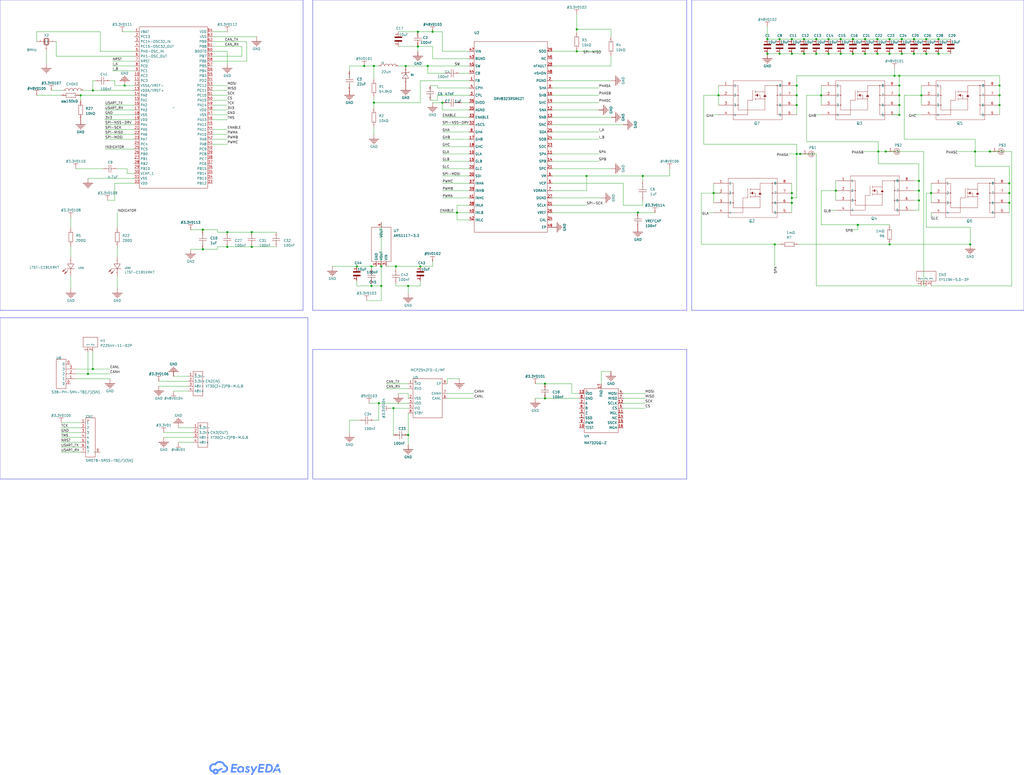
<source format=kicad_sch>
(kicad_sch (version 20231120) (generator "eeschema") (generator_version "8.0")
  (paper "User" 532.13 402.666)
  (junction (at 48.26 46.99))
  (junction (at 334.01 91.44))
  (junction (at 464.82 39.37))
  (junction (at 456.438 78.74))
  (junction (at 185.42 138.43))
  (junction (at 411.48 20.32))
  (junction (at 414.02 54.61))
  (junction (at 283.21 199.39))
  (junction (at 436.88 20.32))
  (junction (at 130.81 120.65))
  (junction (at 405.13 20.32))
  (junction (at 467.36 44.45))
  (junction (at 198.12 148.59))
  (junction (at 198.12 138.43))
  (junction (at 411.48 105.41))
  (junction (at 478.79 49.53))
  (junction (at 414.02 44.45))
  (junction (at 105.41 129.54))
  (junction (at 524.51 105.41))
  (junction (at 212.09 148.59))
  (junction (at 210.82 34.29))
  (junction (at 189.23 34.29))
  (junction (at 462.28 20.32))
  (junction (at 477.52 104.14))
  (junction (at 217.17 16.51))
  (junction (at 417.83 20.32))
  (junction (at 130.81 128.27))
  (junction (at 474.98 27.94))
  (junction (at 283.21 207.01))
  (junction (at 514.35 78.74))
  (junction (at 467.36 59.69))
  (junction (at 193.04 138.43))
  (junction (at 48.26 191.77))
  (junction (at 414.02 49.53))
  (junction (at 224.79 16.51))
  (junction (at 477.52 99.06))
  (junction (at 41.91 49.53))
  (junction (at 370.84 100.33))
  (junction (at 229.87 53.34))
  (junction (at 462.28 27.94))
  (junction (at 217.17 24.13))
  (junction (at 467.36 54.61))
  (junction (at 449.58 20.32))
  (junction (at 487.68 27.94))
  (junction (at 299.72 15.24))
  (junction (at 462.28 127))
  (junction (at 193.04 148.59))
  (junction (at 519.43 44.45))
  (junction (at 449.58 27.94))
  (junction (at 212.09 226.06))
  (junction (at 196.85 209.55))
  (junction (at 474.98 20.32))
  (junction (at 304.8 91.44))
  (junction (at 64.77 44.45))
  (junction (at 436.88 27.94))
  (junction (at 424.18 20.32))
  (junction (at 460.248 78.74))
  (junction (at 205.74 138.43))
  (junction (at 204.47 212.09))
  (junction (at 504.19 127))
  (junction (at 218.44 138.43))
  (junction (at 519.43 54.61))
  (junction (at 481.33 27.94))
  (junction (at 455.93 27.94))
  (junction (at 194.31 53.34))
  (junction (at 443.23 27.94))
  (junction (at 237.49 110.49))
  (junction (at 194.31 34.29))
  (junction (at 430.53 27.94))
  (junction (at 477.52 93.98))
  (junction (at 118.11 128.27))
  (junction (at 506.73 78.74))
  (junction (at 398.78 20.32))
  (junction (at 411.48 27.94))
  (junction (at 45.72 194.31))
  (junction (at 524.51 100.33))
  (junction (at 430.53 20.32))
  (junction (at 417.83 27.94))
  (junction (at 487.68 20.32))
  (junction (at 411.48 100.33))
  (junction (at 524.51 95.25))
  (junction (at 402.59 127))
  (junction (at 424.18 27.94))
  (junction (at 426.72 49.53))
  (junction (at 331.47 110.49))
  (junction (at 373.38 49.53))
  (junction (at 405.13 27.94))
  (junction (at 468.63 27.94))
  (junction (at 483.87 100.33))
  (junction (at 467.36 49.53))
  (junction (at 411.48 102.87))
  (junction (at 118.11 120.65))
  (junction (at 398.78 27.94))
  (junction (at 455.93 20.32))
  (junction (at 468.63 20.32))
  (junction (at 434.34 99.06))
  (junction (at 414.02 80.01))
  (junction (at 519.43 49.53))
  (junction (at 445.77 116.84))
  (junction (at 299.72 26.67))
  (junction (at 222.25 34.29))
  (junction (at 415.798 80.01))
  (junction (at 481.33 20.32))
  (junction (at 467.36 39.37))
  (junction (at 105.41 119.38))
  (junction (at 443.23 20.32))
  (wire (pts (xy 487.68 20.32) (xy 494.03 20.32)))
  (wire (pts (xy 411.48 20.32) (xy 417.83 20.32)))
  (wire (pts (xy 63.5 16.51) (xy 69.85 16.51)))
  (wire (pts (xy 365.76 74.93) (xy 414.02 74.93)))
  (wire (pts (xy 48.26 41.91) (xy 48.26 46.99)))
  (wire (pts (xy 299.72 7.62) (xy 299.72 15.24)))
  (wire (pts (xy 331.47 110.49) (xy 340.36 110.49)))
  (wire (pts (xy 224.79 16.51) (xy 217.17 16.51)))
  (wire (pts (xy 41.91 49.53) (xy 69.85 49.53)))
  (wire (pts (xy 445.77 119.38) (xy 443.23 119.38)))
  (wire (pts (xy 398.78 20.32) (xy 405.13 20.32)))
  (wire (pts (xy 299.72 15.24) (xy 299.72 16.51)))
  (wire (pts (xy 110.49 52.07) (xy 118.11 52.07)))
  (wire (pts (xy 36.83 143.51) (xy 36.83 149.86)))
  (wire (pts (xy 212.09 209.55) (xy 196.85 209.55)))
  (wire (pts (xy 456.438 78.74) (xy 448.818 78.74)))
  (wire (pts (xy 483.87 95.25) (xy 483.87 100.33)))
  (wire (pts (xy 229.87 87.63) (xy 243.84 87.63)))
  (wire (pts (xy 66.04 87.63) (xy 66.04 90.17)))
  (wire (pts (xy 370.84 100.33) (xy 374.65 100.33)))
  (wire (pts (xy 212.09 148.59) (xy 212.09 152.4)))
  (wire (pts (xy 31.75 234.95) (xy 41.91 234.95)))
  (wire (pts (xy 222.25 34.29) (xy 243.84 34.29)))
  (wire (pts (xy 334.01 91.44) (xy 347.98 91.44)))
  (wire (pts (xy 29.21 29.21) (xy 69.85 29.21)))
  (wire (pts (xy 468.63 27.94) (xy 474.98 27.94)))
  (wire (pts (xy 110.49 16.51) (xy 118.11 16.51)))
  (wire (pts (xy 478.79 54.61) (xy 478.79 49.53)))
  (wire (pts (xy 524.51 95.25) (xy 524.51 86.36)))
  (wire (pts (xy 426.72 116.84) (xy 426.72 99.06)))
  (wire (pts (xy 417.83 27.94) (xy 424.18 27.94)))
  (wire (pts (xy 524.51 105.41) (xy 524.51 100.33)))
  (wire (pts (xy 311.15 80.01) (xy 287.02 80.01)))
  (wire (pts (xy 39.37 194.31) (xy 45.72 194.31)))
  (wire (pts (xy 204.47 212.09) (xy 203.2 212.09)))
  (wire (pts (xy 224.79 30.48) (xy 224.79 24.13)))
  (wire (pts (xy 467.36 39.37) (xy 519.43 39.37)))
  (wire (pts (xy 477.52 104.14) (xy 477.52 99.06)))
  (wire (pts (xy 31.75 229.87) (xy 41.91 229.87)))
  (wire (pts (xy 483.87 100.33) (xy 481.33 100.33)))
  (wire (pts (xy 364.49 127) (xy 402.59 127)))
  (wire (pts (xy 82.55 198.12) (xy 97.79 198.12)))
  (wire (pts (xy 55.88 104.14) (xy 59.69 104.14)))
  (wire (pts (xy 445.77 116.84) (xy 426.72 116.84)))
  (wire (pts (xy 41.91 52.07) (xy 41.91 49.53)))
  (wire (pts (xy 238.76 38.1) (xy 243.84 38.1)))
  (wire (pts (xy 398.78 27.94) (xy 405.13 27.94)))
  (wire (pts (xy 181.61 218.44) (xy 186.69 218.44)))
  (wire (pts (xy 218.44 148.59) (xy 212.09 148.59)))
  (wire (pts (xy 467.36 49.53) (xy 467.36 54.61)))
  (wire (pts (xy 243.84 45.72) (xy 227.33 45.72)))
  (wire (pts (xy 238.76 196.85) (xy 232.41 196.85)))
  (wire (pts (xy 224.79 138.43) (xy 224.79 135.89)))
  (wire (pts (xy 69.85 57.15) (xy 54.61 57.15)))
  (wire (pts (xy 218.44 138.43) (xy 224.79 138.43)))
  (wire (pts (xy 53.34 87.63) (xy 39.37 87.63)))
  (wire (pts (xy 229.87 53.34) (xy 224.79 53.34)))
  (wire (pts (xy 69.85 44.45) (xy 64.77 44.45)))
  (wire (pts (xy 370.84 59.69) (xy 373.38 59.69)))
  (wire (pts (xy 455.93 20.32) (xy 462.28 20.32)))
  (wire (pts (xy 52.07 16.51) (xy 52.07 26.67)))
  (wire (pts (xy 205.74 148.59) (xy 205.74 147.32)))
  (wire (pts (xy 110.49 54.61) (xy 118.11 54.61)))
  (wire (pts (xy 287.02 99.06) (xy 304.8 99.06)))
  (wire (pts (xy 57.15 191.77) (xy 48.26 191.77)))
  (wire (pts (xy 243.84 41.91) (xy 218.44 41.91)))
  (wire (pts (xy 85.09 224.79) (xy 100.33 224.79)))
  (wire (pts (xy 125.73 29.21) (xy 125.73 24.13)))
  (wire (pts (xy 69.85 62.23) (xy 54.61 62.23)))
  (wire (pts (xy 185.42 146.05) (xy 185.42 148.59)))
  (wire (pts (xy 229.87 64.77) (xy 243.84 64.77)))
  (wire (pts (xy 181.61 224.79) (xy 181.61 218.44)))
  (wire (pts (xy 118.11 26.67) (xy 110.49 26.67)))
  (wire (pts (xy 113.03 119.38) (xy 113.03 120.65)))
  (wire (pts (xy 323.85 212.09) (xy 335.28 212.09)))
  (wire (pts (xy 456.438 78.74) (xy 460.248 78.74)))
  (wire (pts (xy 424.18 148.59) (xy 478.79 148.59)))
  (wire (pts (xy 36.83 113.03) (xy 36.83 118.11)))
  (wire (pts (xy 311.15 83.82) (xy 287.02 83.82)))
  (wire (pts (xy 237.49 106.68) (xy 237.49 110.49)))
  (wire (pts (xy 232.41 204.47) (xy 246.38 204.47)))
  (wire (pts (xy 405.13 27.94) (xy 411.48 27.94)))
  (wire (pts (xy 243.84 106.68) (xy 237.49 106.68)))
  (wire (pts (xy 204.47 212.09) (xy 212.09 212.09)))
  (wire (pts (xy 405.13 20.32) (xy 411.48 20.32)))
  (wire (pts (xy 411.48 105.41) (xy 411.48 110.49)))
  (wire (pts (xy 212.09 207.01) (xy 212.09 204.47)))
  (wire (pts (xy 69.85 46.99) (xy 48.26 46.99)))
  (wire (pts (xy 506.73 78.74) (xy 497.84 78.74)))
  (wire (pts (xy 323.85 106.68) (xy 334.01 106.68)))
  (wire (pts (xy 311.15 53.34) (xy 287.02 53.34)))
  (wire (pts (xy 229.87 83.82) (xy 243.84 83.82)))
  (wire (pts (xy 57.15 41.91) (xy 59.69 41.91)))
  (wire (pts (xy 69.85 77.47) (xy 54.61 77.47)))
  (wire (pts (xy 231.14 38.1) (xy 222.25 38.1)))
  (wire (pts (xy 449.58 27.94) (xy 455.93 27.94)))
  (wire (pts (xy 105.41 129.54) (xy 113.03 129.54)))
  (wire (pts (xy 204.47 212.09) (xy 204.47 226.06)))
  (wire (pts (xy 212.09 204.47) (xy 207.01 204.47)))
  (wire (pts (xy 323.85 209.55) (xy 335.28 209.55)))
  (wire (pts (xy 414.02 49.53) (xy 414.02 54.61)))
  (wire (pts (xy 31.75 227.33) (xy 41.91 227.33)))
  (wire (pts (xy 311.15 45.72) (xy 287.02 45.72)))
  (wire (pts (xy 424.18 59.69) (xy 426.72 59.69)))
  (wire (pts (xy 424.18 20.32) (xy 430.53 20.32)))
  (wire (pts (xy 430.53 27.94) (xy 436.88 27.94)))
  (wire (pts (xy 299.72 15.24) (xy 317.5 15.24)))
  (wire (pts (xy 364.49 100.33) (xy 370.84 100.33)))
  (wire (pts (xy 331.47 110.49) (xy 287.02 110.49)))
  (wire (pts (xy 198.12 156.21) (xy 198.12 148.59)))
  (wire (pts (xy 426.72 54.61) (xy 426.72 49.53)))
  (wire (pts (xy 110.49 46.99) (xy 118.11 46.99)))
  (wire (pts (xy 477.52 93.98) (xy 477.52 85.09)))
  (wire (pts (xy 130.81 128.27) (xy 118.11 128.27)))
  (wire (pts (xy 48.26 182.88) (xy 48.26 191.77)))
  (wire (pts (xy 110.49 29.21) (xy 125.73 29.21)))
  (wire (pts (xy 455.93 27.94) (xy 462.28 27.94)))
  (wire (pts (xy 92.71 229.87) (xy 100.33 229.87)))
  (wire (pts (xy 524.51 86.36) (xy 506.73 86.36)))
  (wire (pts (xy 31.75 232.41) (xy 41.91 232.41)))
  (wire (pts (xy 57.15 196.85) (xy 39.37 196.85)))
  (wire (pts (xy 415.29 127) (xy 462.28 127)))
  (wire (pts (xy 414.02 54.61) (xy 414.02 59.69)))
  (wire (pts (xy 297.18 199.39) (xy 297.18 204.47)))
  (wire (pts (xy 415.798 80.01) (xy 424.18 80.01)))
  (wire (pts (xy 90.17 195.58) (xy 97.79 195.58)))
  (wire (pts (xy 463.55 59.69) (xy 467.36 59.69)))
  (wire (pts (xy 474.98 109.22) (xy 477.52 109.22)))
  (wire (pts (xy 45.72 182.88) (xy 45.72 194.31)))
  (wire (pts (xy 194.31 53.34) (xy 194.31 55.88)))
  (wire (pts (xy 311.15 49.53) (xy 287.02 49.53)))
  (wire (pts (xy 227.33 52.07) (xy 223.52 52.07)))
  (wire (pts (xy 128.27 31.75) (xy 128.27 21.59)))
  (wire (pts (xy 414.02 39.37) (xy 414.02 44.45)))
  (wire (pts (xy 69.85 36.83) (xy 58.42 36.83)))
  (wire (pts (xy 312.42 26.67) (xy 299.72 26.67)))
  (wire (pts (xy 312.42 102.87) (xy 287.02 102.87)))
  (wire (pts (xy 460.248 78.74) (xy 480.06 78.74)))
  (wire (pts (xy 478.79 44.45) (xy 478.79 49.53)))
  (wire (pts (xy 304.8 91.44) (xy 334.01 91.44)))
  (wire (pts (xy 464.82 39.37) (xy 467.36 39.37)))
  (wire (pts (xy 297.18 204.47) (xy 300.99 204.47)))
  (wire (pts (xy 304.8 91.44) (xy 287.02 91.44)))
  (wire (pts (xy 414.02 80.01) (xy 414.02 102.87)))
  (wire (pts (xy 414.02 80.01) (xy 415.798 80.01)))
  (wire (pts (xy 128.27 21.59) (xy 110.49 21.59)))
  (wire (pts (xy 317.5 34.29) (xy 317.5 29.21)))
  (wire (pts (xy 193.04 147.32) (xy 193.04 148.59)))
  (wire (pts (xy 480.06 78.74) (xy 480.06 148.59)))
  (wire (pts (xy 519.43 44.45) (xy 519.43 49.53)))
  (wire (pts (xy 506.73 78.74) (xy 506.73 86.36)))
  (wire (pts (xy 217.17 26.67) (xy 217.17 24.13)))
  (wire (pts (xy 334.01 91.44) (xy 334.01 93.98)))
  (wire (pts (xy 283.21 199.39) (xy 278.13 199.39)))
  (wire (pts (xy 59.69 95.25) (xy 59.69 104.14)))
  (wire (pts (xy 69.85 92.71) (xy 45.72 92.71)))
  (wire (pts (xy 90.17 203.2) (xy 97.79 203.2)))
  (wire (pts (xy 481.33 100.33) (xy 481.33 118.11)))
  (wire (pts (xy 118.11 26.67) (xy 118.11 33.02)))
  (wire (pts (xy 92.71 222.25) (xy 100.33 222.25)))
  (wire (pts (xy 402.59 127) (xy 402.59 138.43)))
  (wire (pts (xy 287.02 95.25) (xy 323.85 95.25)))
  (wire (pts (xy 524.51 110.49) (xy 524.51 105.41)))
  (wire (pts (xy 424.18 80.01) (xy 424.18 148.59)))
  (wire (pts (xy 110.49 59.69) (xy 118.11 59.69)))
  (wire (pts (xy 198.12 138.43) (xy 198.12 148.59)))
  (wire (pts (xy 398.78 13.97) (xy 398.78 20.32)))
  (wire (pts (xy 504.19 118.11) (xy 504.19 127)))
  (wire (pts (xy 229.87 16.51) (xy 224.79 16.51)))
  (wire (pts (xy 130.81 120.65) (xy 118.11 120.65)))
  (wire (pts (xy 311.15 57.15) (xy 287.02 57.15)))
  (wire (pts (xy 474.98 59.69) (xy 478.79 59.69)))
  (wire (pts (xy 323.85 95.25) (xy 323.85 106.68)))
  (wire (pts (xy 205.74 148.59) (xy 212.09 148.59)))
  (wire (pts (xy 193.04 148.59) (xy 198.12 148.59)))
  (wire (pts (xy 483.87 113.03) (xy 483.87 110.49)))
  (wire (pts (xy 317.5 87.63) (xy 287.02 87.63)))
  (wire (pts (xy 456.438 78.74) (xy 456.438 73.66)))
  (wire (pts (xy 417.83 20.32) (xy 424.18 20.32)))
  (wire (pts (xy 228.6 110.49) (xy 237.49 110.49)))
  (wire (pts (xy 218.44 53.34) (xy 194.31 53.34)))
  (wire (pts (xy 69.85 69.85) (xy 54.61 69.85)))
  (wire (pts (xy 414.02 102.87) (xy 411.48 102.87)))
  (wire (pts (xy 300.99 207.01) (xy 283.21 207.01)))
  (wire (pts (xy 411.48 27.94) (xy 417.83 27.94)))
  (wire (pts (xy 59.69 44.45) (xy 64.77 44.45)))
  (wire (pts (xy 468.63 20.32) (xy 474.98 20.32)))
  (wire (pts (xy 49.53 41.91) (xy 48.26 41.91)))
  (wire (pts (xy 419.1 73.66) (xy 456.438 73.66)))
  (wire (pts (xy 19.05 16.51) (xy 19.05 21.59)))
  (wire (pts (xy 474.98 104.14) (xy 477.52 104.14)))
  (wire (pts (xy 414.02 44.45) (xy 414.02 49.53)))
  (wire (pts (xy 474.98 27.94) (xy 481.33 27.94)))
  (wire (pts (xy 69.85 34.29) (xy 58.42 34.29)))
  (wire (pts (xy 113.03 128.27) (xy 118.11 128.27)))
  (wire (pts (xy 110.49 31.75) (xy 128.27 31.75)))
  (wire (pts (xy 60.96 128.27) (xy 60.96 133.35)))
  (wire (pts (xy 426.72 44.45) (xy 426.72 49.53)))
  (wire (pts (xy 39.37 191.77) (xy 48.26 191.77)))
  (wire (pts (xy 24.13 26.67) (xy 24.13 33.02)))
  (wire (pts (xy 519.43 49.53) (xy 519.43 54.61)))
  (wire (pts (xy 229.87 95.25) (xy 243.84 95.25)))
  (wire (pts (xy 229.87 91.44) (xy 243.84 91.44)))
  (wire (pts (xy 365.76 49.53) (xy 365.76 74.93)))
  (wire (pts (xy 411.48 95.25) (xy 411.48 100.33)))
  (wire (pts (xy 19.05 49.53) (xy 31.75 49.53)))
  (wire (pts (xy 200.66 138.43) (xy 205.74 138.43)))
  (wire (pts (xy 483.87 148.59) (xy 525.78 148.59)))
  (wire (pts (xy 125.73 24.13) (xy 110.49 24.13)))
  (wire (pts (xy 411.48 100.33) (xy 411.48 102.87)))
  (wire (pts (xy 190.5 156.21) (xy 198.12 156.21)))
  (wire (pts (xy 469.9 49.53) (xy 478.79 49.53)))
  (wire (pts (xy 205.74 138.43) (xy 205.74 139.7)))
  (wire (pts (xy 419.1 49.53) (xy 426.72 49.53)))
  (wire (pts (xy 304.8 106.68) (xy 287.02 106.68)))
  (wire (pts (xy 462.28 116.84) (xy 445.77 116.84)))
  (wire (pts (xy 110.49 72.39) (xy 118.11 72.39)))
  (wire (pts (xy 477.52 99.06) (xy 477.52 93.98)))
  (wire (pts (xy 323.85 64.77) (xy 287.02 64.77)))
  (wire (pts (xy 229.87 102.87) (xy 243.84 102.87)))
  (wire (pts (xy 229.87 26.67) (xy 229.87 16.51)))
  (wire (pts (xy 443.23 27.94) (xy 449.58 27.94)))
  (wire (pts (xy 405.13 127) (xy 402.59 127)))
  (wire (pts (xy 414.02 80.01) (xy 409.702 80.01)))
  (wire (pts (xy 304.8 99.06) (xy 304.8 91.44)))
  (wire (pts (xy 434.34 99.06) (xy 434.34 104.14)))
  (wire (pts (xy 212.09 214.63) (xy 212.09 226.06)))
  (wire (pts (xy 185.42 148.59) (xy 193.04 148.59)))
  (wire (pts (xy 194.31 34.29) (xy 194.31 40.64)))
  (wire (pts (xy 365.76 49.53) (xy 373.38 49.53)))
  (wire (pts (xy 60.96 118.11) (xy 60.96 110.49)))
  (wire (pts (xy 194.31 34.29) (xy 196.85 34.29)))
  (wire (pts (xy 364.49 100.33) (xy 364.49 127)))
  (wire (pts (xy 229.87 68.58) (xy 243.84 68.58)))
  (wire (pts (xy 370.84 100.33) (xy 370.84 105.41)))
  (wire (pts (xy 227.33 49.53) (xy 227.33 52.07)))
  (wire (pts (xy 60.96 87.63) (xy 66.04 87.63)))
  (wire (pts (xy 69.85 72.39) (xy 54.61 72.39)))
  (wire (pts (xy 469.9 72.39) (xy 469.9 49.53)))
  (wire (pts (xy 193.04 139.7) (xy 193.04 138.43)))
  (wire (pts (xy 218.44 146.05) (xy 218.44 148.59)))
  (wire (pts (xy 229.87 99.06) (xy 243.84 99.06)))
  (wire (pts (xy 110.49 74.93) (xy 118.11 74.93)))
  (wire (pts (xy 113.03 120.65) (xy 118.11 120.65)))
  (wire (pts (xy 196.85 209.55) (xy 191.77 209.55)))
  (wire (pts (xy 317.5 60.96) (xy 287.02 60.96)))
  (wire (pts (xy 469.9 72.39) (xy 506.73 72.39)))
  (wire (pts (xy 229.87 57.15) (xy 229.87 53.34)))
  (wire (pts (xy 481.33 20.32) (xy 487.68 20.32)))
  (wire (pts (xy 69.85 67.31) (xy 54.61 67.31)))
  (wire (pts (xy 436.88 27.94) (xy 443.23 27.94)))
  (wire (pts (xy 224.79 24.13) (xy 217.17 24.13)))
  (wire (pts (xy 411.48 102.87) (xy 411.48 105.41)))
  (wire (pts (xy 105.41 119.38) (xy 113.03 119.38)))
  (wire (pts (xy 110.49 69.85) (xy 118.11 69.85)))
  (wire (pts (xy 110.49 57.15) (xy 118.11 57.15)))
  (wire (pts (xy 456.438 78.74) (xy 456.438 85.09)))
  (wire (pts (xy 218.44 41.91) (xy 218.44 53.34)))
  (wire (pts (xy 189.23 34.29) (xy 181.61 34.29)))
  (wire (pts (xy 525.78 78.74) (xy 514.35 78.74)))
  (wire (pts (xy 237.49 110.49) (xy 237.49 114.3)))
  (wire (pts (xy 31.75 222.25) (xy 41.91 222.25)))
  (wire (pts (xy 414.02 39.37) (xy 464.82 39.37)))
  (wire (pts (xy 110.49 49.53) (xy 118.11 49.53)))
  (wire (pts (xy 237.49 110.49) (xy 243.84 110.49)))
  (wire (pts (xy 82.55 200.66) (xy 97.79 200.66)))
  (wire (pts (xy 519.43 54.61) (xy 519.43 59.69)))
  (wire (pts (xy 370.84 95.25) (xy 370.84 100.33)))
  (wire (pts (xy 69.85 64.77) (xy 54.61 64.77)))
  (wire (pts (xy 240.03 53.34) (xy 243.84 53.34)))
  (wire (pts (xy 212.09 201.93) (xy 200.66 201.93)))
  (wire (pts (xy 222.25 34.29) (xy 210.82 34.29)))
  (wire (pts (xy 474.98 20.32) (xy 481.33 20.32)))
  (wire (pts (xy 69.85 31.75) (xy 58.42 31.75)))
  (wire (pts (xy 229.87 72.39) (xy 243.84 72.39)))
  (wire (pts (xy 196.85 209.55) (xy 196.85 218.44)))
  (wire (pts (xy 194.31 218.44) (xy 196.85 218.44)))
  (wire (pts (xy 419.1 73.66) (xy 419.1 49.53)))
  (wire (pts (xy 414.02 80.01) (xy 414.02 74.93)))
  (wire (pts (xy 194.31 34.29) (xy 189.23 34.29)))
  (wire (pts (xy 198.12 115.57) (xy 198.12 138.43)))
  (wire (pts (xy 283.21 207.01) (xy 278.13 207.01)))
  (wire (pts (xy 430.53 20.32) (xy 436.88 20.32)))
  (wire (pts (xy 287.02 34.29) (xy 317.5 34.29)))
  (wire (pts (xy 525.78 148.59) (xy 525.78 78.74)))
  (wire (pts (xy 229.87 80.01) (xy 243.84 80.01)))
  (wire (pts (xy 524.51 100.33) (xy 524.51 95.25)))
  (wire (pts (xy 194.31 53.34) (xy 194.31 50.8)))
  (wire (pts (xy 210.82 34.29) (xy 207.01 34.29)))
  (wire (pts (xy 467.36 54.61) (xy 467.36 59.69)))
  (wire (pts (xy 283.21 199.39) (xy 297.18 199.39)))
  (wire (pts (xy 334.01 104.14) (xy 334.01 106.68)))
  (wire (pts (xy 207.01 16.51) (xy 217.17 16.51)))
  (wire (pts (xy 31.75 219.71) (xy 41.91 219.71)))
  (wire (pts (xy 110.49 62.23) (xy 118.11 62.23)))
  (wire (pts (xy 445.77 116.84) (xy 445.77 119.38)))
  (wire (pts (xy 317.5 19.05) (xy 317.5 15.24)))
  (wire (pts (xy 477.52 85.09) (xy 456.438 85.09)))
  (wire (pts (xy 480.06 148.59) (xy 481.33 148.59)))
  (wire (pts (xy 57.15 194.31) (xy 45.72 194.31)))
  (wire (pts (xy 33.02 46.99) (xy 26.67 46.99)))
  (wire (pts (xy 194.31 69.85) (xy 194.31 66.04)))
  (wire (pts (xy 172.72 138.43) (xy 185.42 138.43)))
  (wire (pts (xy 426.72 99.06) (xy 434.34 99.06)))
  (wire (pts (xy 143.51 120.65) (xy 130.81 120.65)))
  (wire (pts (xy 368.3 110.49) (xy 370.84 110.49)))
  (wire (pts (xy 311.15 72.39) (xy 287.02 72.39)))
  (wire (pts (xy 436.88 20.32) (xy 443.23 20.32)))
  (wire (pts (xy 474.98 93.98) (xy 477.52 93.98)))
  (wire (pts (xy 483.87 100.33) (xy 483.87 105.41)))
  (wire (pts (xy 237.49 114.3) (xy 243.84 114.3)))
  (wire (pts (xy 312.42 199.39) (xy 312.42 193.04)))
  (wire (pts (xy 467.36 44.45) (xy 467.36 49.53)))
  (wire (pts (xy 69.85 54.61) (xy 54.61 54.61)))
  (wire (pts (xy 143.51 128.27) (xy 130.81 128.27)))
  (wire (pts (xy 477.52 109.22) (xy 477.52 104.14)))
  (wire (pts (xy 481.33 27.94) (xy 487.68 27.94)))
  (wire (pts (xy 110.49 67.31) (xy 118.11 67.31)))
  (wire (pts (xy 205.74 138.43) (xy 218.44 138.43)))
  (wire (pts (xy 487.68 27.94) (xy 494.03 27.94)))
  (wire (pts (xy 31.75 224.79) (xy 41.91 224.79)))
  (wire (pts (xy 229.87 76.2) (xy 243.84 76.2)))
  (wire (pts (xy 467.36 39.37) (xy 467.36 44.45)))
  (wire (pts (xy 434.34 93.98) (xy 434.34 99.06)))
  (wire (pts (xy 222.25 38.1) (xy 222.25 34.29)))
  (wire (pts (xy 110.49 19.05) (xy 133.35 19.05)))
  (wire (pts (xy 212.09 199.39) (xy 200.66 199.39)))
  (wire (pts (xy 207.01 24.13) (xy 217.17 24.13)))
  (wire (pts (xy 519.43 39.37) (xy 519.43 44.45)))
  (wire (pts (xy 52.07 16.51) (xy 19.05 16.51)))
  (wire (pts (xy 60.96 143.51) (xy 60.96 149.86)))
  (wire (pts (xy 481.33 118.11) (xy 504.19 118.11)))
  (wire (pts (xy 59.69 44.45) (xy 59.69 41.91)))
  (wire (pts (xy 323.85 207.01) (xy 335.28 207.01)))
  (wire (pts (xy 506.73 78.74) (xy 506.73 72.39)))
  (wire (pts (xy 29.21 29.21) (xy 29.21 21.59)))
  (wire (pts (xy 243.84 49.53) (xy 227.33 49.53)))
  (wire (pts (xy 464.82 35.56) (xy 464.82 39.37)))
  (wire (pts (xy 185.42 138.43) (xy 193.04 138.43)))
  (wire (pts (xy 462.28 127) (xy 504.19 127)))
  (wire (pts (xy 59.69 95.25) (xy 69.85 95.25)))
  (wire (pts (xy 227.33 44.45) (xy 223.52 44.45)))
  (wire (pts (xy 110.49 44.45) (xy 118.11 44.45)))
  (wire (pts (xy 66.04 90.17) (xy 69.85 90.17)))
  (wire (pts (xy 36.83 128.27) (xy 36.83 133.35)))
  (wire (pts (xy 113.03 129.54) (xy 113.03 128.27)))
  (wire (pts (xy 243.84 26.67) (xy 229.87 26.67)))
  (wire (pts (xy 373.38 49.53) (xy 373.38 54.61)))
  (wire (pts (xy 195.58 138.43) (xy 193.04 138.43)))
  (wire (pts (xy 299.72 26.67) (xy 287.02 26.67)))
  (wire (pts (xy 105.41 119.38) (xy 99.06 119.38)))
  (wire (pts (xy 181.61 34.29) (xy 181.61 36.83)))
  (wire (pts (xy 312.42 193.04) (xy 317.5 193.04)))
  (wire (pts (xy 347.98 91.44) (xy 347.98 87.63)))
  (wire (pts (xy 323.85 204.47) (xy 335.28 204.47)))
  (wire (pts (xy 474.98 99.06) (xy 477.52 99.06)))
  (wire (pts (xy 212.09 226.06) (xy 212.09 231.14)))
  (wire (pts (xy 243.84 57.15) (xy 229.87 57.15)))
  (wire (pts (xy 462.28 27.94) (xy 468.63 27.94)))
  (wire (pts (xy 243.84 30.48) (xy 224.79 30.48)))
  (wire (pts (xy 443.23 20.32) (xy 449.58 20.32)))
  (wire (pts (xy 232.41 207.01) (xy 246.38 207.01)))
  (wire (pts (xy 99.06 129.54) (xy 105.41 129.54)))
  (wire (pts (xy 317.5 41.91) (xy 287.02 41.91)))
  (wire (pts (xy 69.85 59.69) (xy 54.61 59.69)))
  (wire (pts (xy 52.07 26.67) (xy 69.85 26.67)))
  (wire (pts (xy 373.38 44.45) (xy 373.38 49.53)))
  (wire (pts (xy 227.33 44.45) (xy 227.33 45.72)))
  (wire (pts (xy 311.15 68.58) (xy 287.02 68.58)))
  (wire (pts (xy 449.58 20.32) (xy 455.93 20.32)))
  (wire (pts (xy 514.35 78.74) (xy 506.73 78.74)))
  (wire (pts (xy 85.09 227.33) (xy 100.33 227.33)))
  (wire (pts (xy 43.18 46.99) (xy 48.26 46.99)))
  (wire (pts (xy 431.8 109.22) (xy 434.34 109.22)))
  (wire (pts (xy 462.28 20.32) (xy 468.63 20.32)))
  (wire (pts (xy 229.87 60.96) (xy 243.84 60.96)))
  (wire (pts (xy 424.18 27.94) (xy 430.53 27.94)))
  (wire (pts (xy 232.41 196.85) (xy 232.41 199.39)))
  (rectangle (start 162.56 0) (end 356.87 161.29))
  (rectangle (start 162.56 181.61) (end 356.87 248.92))
  (rectangle (start 359.41 0) (end 532.13 161.29))
  (rectangle (start 0 165.1) (end 160.02 248.92))
  (rectangle (start 0 0) (end 157.48 161.29))
  (label "GLB" (at 431.8 109.22 180))
  (label "SPI-MOSI" (at 229.87 91.44 0))
  (label "SCK" (at 335.28 209.55 0))
  (label "PWMA" (at 229.87 102.87 0))
  (label "CANL" (at 57.15 191.77 0))
  (label "TCK" (at 31.75 222.25 0))
  (label "PHASB" (at 448.818 78.74 180))
  (label "INDICATOR" (at 60.96 110.49 0))
  (label "SPI-SCK" (at 54.61 67.31 0))
  (label "USART_TX" (at 31.75 232.41 0))
  (label "MISO" (at 335.28 207.01 0))
  (label "PWMB" (at 118.11 72.39 0))
  (label "SPI-MISO" (at 54.61 69.85 0))
  (label "ENABLE" (at 228.6 110.49 0))
  (label "ENABLE" (at 118.11 67.31 0))
  (label "TMS" (at 118.11 62.23 0))
  (label "CAN_RX" (at 200.66 201.93 0))
  (label "MOSI" (at 335.28 204.47 0))
  (label "CANH" (at 246.38 204.47 0))
  (label "SPI-MOSI" (at 54.61 72.39 0))
  (label "SPA" (at 402.59 138.43 270))
  (label "NRST" (at 31.75 229.87 0))
  (label "SPB" (at 443.23 119.38 180))
  (label "PHASB" (at 311.15 49.53 0))
  (label "GLC" (at 229.87 87.63 0))
  (label "3V3" (at 54.61 62.23 0))
  (label "ENABLE" (at 229.87 60.96 0))
  (label "GHB" (at 424.18 59.69 180))
  (label "MISO" (at 118.11 46.99 0))
  (label "GLA" (at 368.3 110.49 180))
  (label "I_A" (at 311.15 68.58 0))
  (label "TMS" (at 31.75 227.33 0))
  (label "I_A" (at 58.42 34.29 0))
  (label "MOSI" (at 118.11 44.45 0))
  (label "INDICATOR" (at 54.61 77.47 0))
  (label "SPI-MISO" (at 312.42 26.67 180))
  (label "PWMC" (at 229.87 95.25 0))
  (label "NRST" (at 58.42 31.75 0))
  (label "SPI-NSS-DRV" (at 54.61 64.77 0))
  (label "PHASA" (at 311.15 45.72 0))
  (label "SW" (at 236.22 34.29 0))
  (label "SPI-NSS-DRV" (at 229.87 64.77 0))
  (label "GHA" (at 370.84 59.69 180))
  (label "I_B" (at 311.15 72.39 0))
  (label "CAN_TX" (at 200.66 199.39 0))
  (label "GND" (at 118.11 59.69 0))
  (label "CANL" (at 246.38 207.01 0))
  (label "TCK" (at 118.11 54.61 0))
  (label "GLB" (at 229.87 83.82 0))
  (label "3V3" (at 118.11 57.15 0))
  (label "I_B" (at 58.42 36.83 0))
  (label "SPA" (at 311.15 80.01 0))
  (label "GND" (at 54.61 59.69 0))
  (label "PWMB" (at 229.87 99.06 0))
  (label "GHC" (at 476.25 59.69 180))
  (label "GHA" (at 229.87 68.58 0))
  (label "PHASC" (at 311.15 53.34 0))
  (label "SPI-SCK" (at 304.8 106.68 0))
  (label "PWMA" (at 118.11 69.85 0))
  (label "GHB" (at 229.87 72.39 0))
  (label "USART_TX" (at 54.61 54.61 0))
  (label "GLA" (at 229.87 80.01 0))
  (label "USART_RX" (at 54.61 57.15 0))
  (label "PWMC" (at 118.11 74.93 0))
  (label "CAN_TX" (at 116.84 21.59 0))
  (label "GND" (at 31.75 224.79 0))
  (label "USART_RX" (at 31.75 234.95 0))
  (label "CS" (at 118.11 52.07 0))
  (label "CS" (at 335.28 212.09 0))
  (label "CAN_RX" (at 116.84 24.13 0))
  (label "PHASA" (at 409.702 80.01 180))
  (label "GLC" (at 483.87 113.03 0))
  (label "CANH" (at 57.15 194.31 0))
  (label "SPB" (at 311.15 83.82 0))
  (label "GHC" (at 229.87 76.2 0))
  (label "SCK" (at 118.11 49.53 0))
  (label "PHASC" (at 497.84 78.74 180))
  (symbol (lib_id "Dash Motor-easyedapro:Power-VCC") (at 118.11 16.51 0) (unit 1)
    (property "Reference" "3.3V" (at 118.11 12.7 0))
    (property "Value" "3V3" (effects (hide yes)))
    (property "Footprint" "Dash Motor-easyedapro:" (effects (hide yes)))
  )
  (symbol (lib_id "Dash Motor-easyedapro:Power-VCC") (at 36.83 113.03 0) (unit 1)
    (property "Reference" "3.3V" (at 36.83 109.22 0))
    (property "Value" "3V3" (effects (hide yes)))
    (property "Footprint" "Dash Motor-easyedapro:" (effects (hide yes)))
  )
  (symbol (lib_id "Dash Motor-easyedapro:Ground-GND") (at 212.09 231.14 0) (unit 1)
    (property "Reference" "#PWR?" (effects (hide yes)))
    (property "Value" "GND" (at 212.09 237.49 0))
    (property "Footprint" "Dash Motor-easyedapro:" (effects (hide yes)))
  )
  (symbol (lib_name "Power-VCC_2") (lib_id "Dash Motor-easyedapro:Power-VCC") (at 347.98 87.63 0) (unit 1)
    (property "Reference" "48V" (at 347.98 83.82 0))
    (property "Value" "48V" (effects (hide yes)))
    (property "Footprint" "Dash Motor-easyedapro:" (effects (hide yes)))
  )
  (symbol (lib_id "Dash Motor-easyedapro:Power-VCC") (at 39.37 87.63 0) (unit 1)
    (property "Reference" "3.3V" (at 39.37 83.82 0))
    (property "Value" "3V3" (effects (hide yes)))
    (property "Footprint" "Dash Motor-easyedapro:" (effects (hide yes)))
  )
  (symbol (lib_id "Dash Motor-easyedapro:GRM033R61A104KE15D") (at 143.51 124.46 90) (unit 1)
    (property "Reference" "C32" (at 147.32 125.73 90) (effects (justify right top)))
    (property "Value" "100nF" (at 147.32 128.27 90) (effects (justify right top)))
    (property "Footprint" "Dash Motor-easyedapro:C0201" (effects (hide yes)))
    (property "Datasheet" "https://atta.szlcsc.com/upload/public/pdf/source/20180307/C76934_15204090982891407723.pdf" (effects (hide yes)))
    (property "Description" "Capacitance: Tolerance:±10% Tolerance:±10% Voltage Rated: Temperature Coefficient:" (effects (hide yes)))
    (property "Manufacturer Part" "GRM033R61A104KE15D" (effects (hide yes)))
    (property "Manufacturer" "muRata(村田)" (effects (hide yes)))
    (property "Supplier Part" "C76934" (effects (hide yes)))
    (property "Supplier" "LCSC" (effects (hide yes)))
    (property "LCSC Part Name" "100nF ±10% 10V" (effects (hide yes)))
  )
  (symbol (lib_id "Dash Motor-easyedapro:Ground-GND") (at 41.91 62.23 0) (unit 1)
    (property "Reference" "#PWR?" (effects (hide yes)))
    (property "Value" "GND" (at 41.91 68.58 0))
    (property "Footprint" "Dash Motor-easyedapro:" (effects (hide yes)))
  )
  (symbol (lib_id "GRM32ER71J106KA12L:GRM32ER71J106KA12L") (at 436.88 25.4 90) (unit 1)
    (property "Reference" "C15" (at 435.61 18.542 90) (effects (justify right)))
    (property "Value" "10uF" (at 437.134 21.844 90) (effects (justify right)))
    (property "Footprint" "GRM32ER71J106KA12L:CAPC3225X270N" (effects (hide yes)))
    (property "Datasheet" "https://www.lcsc.com/datasheet/C437568.pdf" (effects (hide yes)))
    (property "Description" "63V 10uF X7R ±10% 1210 Ceramic Capacitors RoHS" (effects (hide yes)))
  )
  (symbol (lib_id "GRM32ER71J106KA12L:GRM32ER71J106KA12L") (at 462.28 25.4 90) (unit 1)
    (property "Reference" "C23" (at 461.01 18.542 90) (effects (justify right)))
    (property "Value" "10uF" (at 462.534 21.844 90) (effects (justify right)))
    (property "Footprint" "GRM32ER71J106KA12L:CAPC3225X270N" (effects (hide yes)))
    (property "Datasheet" "https://www.lcsc.com/datasheet/C437568.pdf" (effects (hide yes)))
    (property "Description" "63V 10uF X7R ±10% 1210 Ceramic Capacitors RoHS" (effects (hide yes)))
  )
  (symbol (lib_id "Dash Motor-easyedapro:Power-VCC") (at 99.06 119.38 0) (unit 1)
    (property "Reference" "3.3V" (at 99.06 115.57 0))
    (property "Value" "3V3" (effects (hide yes)))
    (property "Footprint" "Dash Motor-easyedapro:" (effects (hide yes)))
  )
  (symbol (lib_id "Dash Motor-easyedapro:DRV8323RSRGZT") (at 265.43 45.72 0) (unit 1)
    (property "Reference" "U2" (at 246.38 17.78 0) (effects (justify left bottom)))
    (property "Value" "DRV8323RSRGZT" (at 256.54 52.07 0) (effects (justify left bottom)))
    (property "Footprint" "Dash Motor-easyedapro:VQFN-48_L7.0-W7.0-P0.50-BL-EP5.5" (effects (hide yes)))
    (property "Datasheet" "https://www.ti.com/cn/lit/gpn/drv8323r" (effects (hide yes)))
    (property "Description" "Peak Current:2A；1A Voltage - Supply:- Voltage - Supply:- Interface:SPI Operating Temperature:-40°C~+125°C Operating Temperature:-40°C~+125°C" (effects (hide yes)))
    (property "Manufacturer Part" "DRV8323RSRGZT" (effects (hide yes)))
    (property "Manufacturer" "TI(德州仪器)" (effects (hide yes)))
    (property "Supplier Part" "C2653553" (effects (hide yes)))
    (property "Supplier" "LCSC" (effects (hide yes)))
    (property "LCSC Part Name" "5mA 无刷直流BLDC电机驱动芯片 60V" (effects (hide yes)))
  )
  (symbol (lib_id "Dash Motor-easyedapro:Power-VCC") (at 63.5 16.51 0) (unit 1)
    (property "Reference" "3.3V" (at 63.5 12.7 0))
    (property "Value" "3V3" (effects (hide yes)))
    (property "Footprint" "Dash Motor-easyedapro:" (effects (hide yes)))
  )
  (symbol (lib_id "Dash Motor-easyedapro:CL10A105KB8NNNC") (at 334.01 99.06 90) (unit 1)
    (property "Reference" "C6" (at 337.82 99.06 90) (effects (justify right top)))
    (property "Value" "1uF" (at 337.82 101.6 90) (effects (justify right top)))
    (property "Footprint" "Dash Motor-easyedapro:C0603" (effects (hide yes)))
    (property "Datasheet" "https://item.szlcsc.com/datasheet/CL10A105KB8NNNC/16531.html" (effects (hide yes)))
    (property "Description" "Capacitance:1uF Tolerance:±10% Tolerance:±10% Voltage Rating:50V Temperature Coefficient:X5R" (effects (hide yes)))
    (property "Manufacturer Part" "CL10A105KB8NNNC" (effects (hide yes)))
    (property "Manufacturer" "SAMSUNG(三星)" (effects (hide yes)))
    (property "Supplier Part" "C15849" (effects (hide yes)))
    (property "Supplier" "LCSC" (effects (hide yes)))
    (property "LCSC Part Name" "1uF ±10% 50V" (effects (hide yes)))
  )
  (symbol (lib_id "Dash Motor-easyedapro:Ground-GND") (at 172.72 138.43 0) (unit 1)
    (property "Reference" "#PWR?" (effects (hide yes)))
    (property "Value" "GND" (at 172.72 144.78 0))
    (property "Footprint" "Dash Motor-easyedapro:" (effects (hide yes)))
  )
  (symbol (lib_id "GRM32ER71J106KA12L:GRM32ER71J106KA12L") (at 443.23 25.4 90) (unit 1)
    (property "Reference" "C16" (at 441.96 18.542 90) (effects (justify right)))
    (property "Value" "10uF" (at 443.484 21.844 90) (effects (justify right)))
    (property "Footprint" "GRM32ER71J106KA12L:CAPC3225X270N" (effects (hide yes)))
    (property "Datasheet" "https://www.lcsc.com/datasheet/C437568.pdf" (effects (hide yes)))
    (property "Description" "63V 10uF X7R ±10% 1210 Ceramic Capacitors RoHS" (effects (hide yes)))
  )
  (symbol (lib_id "Dash Motor-easyedapro:Ground-GND") (at 331.47 118.11 0) (unit 1)
    (property "Reference" "#PWR?" (effects (hide yes)))
    (property "Value" "GND" (at 331.47 124.46 0))
    (property "Footprint" "Dash Motor-easyedapro:" (effects (hide yes)))
  )
  (symbol (lib_id "Dash Motor-easyedapro:CL10A226MP8NUNE") (at 181.61 41.91 90) (unit 1)
    (property "Reference" "C3" (at 185.42 41.91 90) (effects (justify right top)))
    (property "Value" "22uF" (at 185.42 44.45 90) (effects (justify right top)))
    (property "Footprint" "Dash Motor-easyedapro:C0603" (effects (hide yes)))
    (property "Datasheet" "https://item.szlcsc.com/datasheet/CL10A226MP8NUNE/87471.html" (effects (hide yes)))
    (property "Description" "Capacitance:22uF Tolerance:±20% Tolerance:±20% Voltage Rating:10V Temperature Coefficient:X5R" (effects (hide yes)))
    (property "Manufacturer Part" "CL10A226MP8NUNE" (effects (hide yes)))
    (property "Manufacturer" "SAMSUNG(三星)" (effects (hide yes)))
    (property "Supplier Part" "C86295" (effects (hide yes)))
    (property "Supplier" "LCSC" (effects (hide yes)))
    (property "LCSC Part Name" "22uF ±20% 10V" (effects (hide yes)))
  )
  (symbol (lib_id "QFN8_BSC030N08NS5ATMA1_INF:BSC030N08NS5ATMA1") (at 370.84 95.25 0) (unit 1)
    (property "Reference" "Q2" (at 392.43 114.808 0) (effects (font (size 1.524 1.524)) (justify right)))
    (property "Value" "~" (at 389.8901 114.3 90) (effects (font (size 1.524 1.524)) (justify right)))
    (property "Footprint" "QFN8_BSC030N08NS5ATMA1_INF" (effects (hide yes)))
    (property "Datasheet" "https://www.lcsc.com/datasheet/C501507.pdf" (effects (hide yes)))
    (property "Description" "80V 100A 3mΩ@10V,50A 2.5W One N-channel TDSON-8(5x6) Single FETs, MOSFETs RoHS" (effects (hide yes)))
  )
  (symbol (lib_id "Dash Motor-easyedapro:Power-VCC") (at 278.13 199.39 0) (unit 1)
    (property "Reference" "3.3V" (at 278.13 195.58 0))
    (property "Value" "3V3" (effects (hide yes)))
    (property "Footprint" "Dash Motor-easyedapro:" (effects (hide yes)))
  )
  (symbol (lib_id "Dash Motor-easyedapro:GRM033R61A104KE15D") (at 331.47 114.3 90) (unit 1)
    (property "Reference" "VREFCAP" (at 335.28 115.57 90) (effects (justify right top)))
    (property "Value" "100nF" (at 335.28 118.11 90) (effects (justify right top)))
    (property "Footprint" "Dash Motor-easyedapro:C0201" (effects (hide yes)))
    (property "Datasheet" "https://atta.szlcsc.com/upload/public/pdf/source/20180307/C76934_15204090982891407723.pdf" (effects (hide yes)))
    (property "Description" "Capacitance: Tolerance:±10% Tolerance:±10% Voltage Rated: Temperature Coefficient:" (effects (hide yes)))
    (property "Manufacturer Part" "GRM033R61A104KE15D" (effects (hide yes)))
    (property "Manufacturer" "muRata(村田)" (effects (hide yes)))
    (property "Supplier Part" "C76934" (effects (hide yes)))
    (property "Supplier" "LCSC" (effects (hide yes)))
    (property "LCSC Part Name" "100nF ±10% 10V" (effects (hide yes)))
  )
  (symbol (lib_id "Dash Motor-easyedapro:Ground-GND") (at 90.17 195.58 180) (unit 1)
    (property "Reference" "#PWR02" (effects (hide yes)))
    (property "Value" "GND" (at 90.17 189.23 0))
    (property "Footprint" "Dash Motor-easyedapro:" (effects (hide yes)))
  )
  (symbol (lib_id "GRM32ER71J106KA12L:GRM32ER71J106KA12L") (at 417.83 25.4 90) (unit 1)
    (property "Reference" "C12" (at 416.56 18.542 90) (effects (justify right)))
    (property "Value" "10uF" (at 418.084 21.844 90) (effects (justify right)))
    (property "Footprint" "GRM32ER71J106KA12L:CAPC3225X270N" (effects (hide yes)))
    (property "Datasheet" "https://www.lcsc.com/datasheet/C437568.pdf" (effects (hide yes)))
    (property "Description" "63V 10uF X7R ±10% 1210 Ceramic Capacitors RoHS" (effects (hide yes)))
  )
  (symbol (lib_id "Dash Motor-easyedapro:Ground-GND") (at 82.55 200.66 0) (unit 1)
    (property "Reference" "#PWR01" (effects (hide yes)))
    (property "Value" "GND" (at 82.55 207.01 0))
    (property "Footprint" "Dash Motor-easyedapro:" (effects (hide yes)))
  )
  (symbol (lib_name "Power-VCC_1") (lib_id "Dash Motor-easyedapro:Power-VCC") (at 224.79 16.51 0) (unit 1)
    (property "Reference" "48V" (at 224.79 12.7 0))
    (property "Value" "48V" (effects (hide yes)))
    (property "Footprint" "Dash Motor-easyedapro:" (effects (hide yes)))
  )
  (symbol (lib_id "Dash Motor-easyedapro:Ground-GND") (at 194.31 69.85 0) (unit 1)
    (property "Reference" "#PWR?" (effects (hide yes)))
    (property "Value" "GND" (at 194.31 76.2 0))
    (property "Footprint" "Dash Motor-easyedapro:" (effects (hide yes)))
  )
  (symbol (lib_id "GRM32ER71J106KA12L:GRM32ER71J106KA12L") (at 398.78 25.4 90) (unit 1)
    (property "Reference" "C1" (at 397.51 18.542 90) (effects (justify right)))
    (property "Value" "10uF" (at 399.034 21.844 90) (effects (justify right)))
    (property "Footprint" "GRM32ER71J106KA12L:CAPC3225X270N" (effects (hide yes)))
    (property "Datasheet" "https://www.lcsc.com/datasheet/C437568.pdf" (effects (hide yes)))
    (property "Description" "63V 10uF X7R ±10% 1210 Ceramic Capacitors RoHS" (effects (hide yes)))
  )
  (symbol (lib_id "Dash Motor-easyedapro:Ground-GND") (at 36.83 149.86 0) (unit 1)
    (property "Reference" "#PWR?" (effects (hide yes)))
    (property "Value" "GND" (at 36.83 156.21 0))
    (property "Footprint" "Dash Motor-easyedapro:" (effects (hide yes)))
  )
  (symbol (lib_id "Dash Motor-easyedapro:Power-VCC") (at 26.67 46.99 0) (unit 1)
    (property "Reference" "3.3V" (at 26.67 43.18 0))
    (property "Value" "3V3" (effects (hide yes)))
    (property "Footprint" "Dash Motor-easyedapro:" (effects (hide yes)))
  )
  (symbol (lib_id "QFN8_BSC030N08NS5ATMA1_INF:BSC030N08NS5ATMA1") (at 373.38 44.45 0) (unit 1)
    (property "Reference" "Q?" (at 394.97 64.008 0) (effects (font (size 1.524 1.524)) (justify right)))
    (property "Value" "~" (at 392.4301 63.5 90) (effects (font (size 1.524 1.524)) (justify right)))
    (property "Footprint" "QFN8_BSC030N08NS5ATMA1_INF" (effects (hide yes)))
    (property "Datasheet" "https://www.lcsc.com/datasheet/C501507.pdf" (effects (hide yes)))
    (property "Description" "80V 100A 3mΩ@10V,50A 2.5W One N-channel TDSON-8(5x6) Single FETs, MOSFETs RoHS" (effects (hide yes)))
  )
  (symbol (lib_id "Dash Motor-easyedapro:Ground-GND") (at 323.85 64.77 90) (unit 1)
    (property "Reference" "#PWR?" (effects (hide yes)))
    (property "Value" "GND" (at 330.2 64.77 0))
    (property "Footprint" "Dash Motor-easyedapro:" (effects (hide yes)))
  )
  (symbol (lib_id "Dash Motor-easyedapro:Ground-GND") (at 207.01 204.47 0) (unit 1)
    (property "Reference" "#PWR?" (effects (hide yes)))
    (property "Footprint" "Dash Motor-easyedapro:" (effects (hide yes)))
  )
  (symbol (lib_id "QFN8_BSC030N08NS5ATMA1_INF:BSC030N08NS5ATMA1") (at 434.34 93.98 0) (unit 1)
    (property "Reference" "Q4" (at 455.93 113.538 0) (effects (font (size 1.524 1.524)) (justify right)))
    (property "Value" "~" (at 453.3901 113.03 90) (effects (font (size 1.524 1.524)) (justify right)))
    (property "Footprint" "QFN8_BSC030N08NS5ATMA1_INF" (effects (hide yes)))
    (property "Datasheet" "https://www.lcsc.com/datasheet/C501507.pdf" (effects (hide yes)))
    (property "Description" "80V 100A 3mΩ@10V,50A 2.5W One N-channel TDSON-8(5x6) Single FETs, MOSFETs RoHS" (effects (hide yes)))
  )
  (symbol (lib_id "Dash Motor-easyedapro:PMR25HZPFV1L00") (at 410.21 127 0) (unit 1)
    (property "Reference" "R7" (at 408.686 124.206 0) (effects (justify left bottom)))
    (property "Value" "1mΩ" (at 408.686 121.666 0) (effects (justify left bottom)))
    (property "Footprint" "Dash Motor-easyedapro:R1210" (effects (hide yes)))
    (property "Datasheet" "https://atta.szlcsc.com/upload/public/pdf/source/20201028/C509732_00E602A5AC169EB7992E30A642CBB2A3.pdf" (effects (hide yes)))
    (property "Description" "Type:Current Sensing Resistors Resistance:1mΩ Tolerance:±1% Tolerance:±1% Power(Watts): Temperature Coefficient:±100ppm/°C Temperature Coefficient:±100ppm/°C" (effects (hide yes)))
    (property "Manufacturer Part" "PMR25HZPFV1L00" (effects (hide yes)))
    (property "Manufacturer" "ROHM(罗姆)" (effects (hide yes)))
    (property "Supplier Part" "C509735" (effects (hide yes)))
    (property "Supplier" "LCSC" (effects (hide yes)))
    (property "LCSC Part Name" "1mΩ ±1% 1W" (effects (hide yes)))
  )
  (symbol (lib_id "Dash Motor-easyedapro:Ground-GND") (at 99.06 129.54 0) (unit 1)
    (property "Reference" "#PWR?" (effects (hide yes)))
    (property "Value" "GND" (at 99.06 135.89 0))
    (property "Footprint" "Dash Motor-easyedapro:" (effects (hide yes)))
  )
  (symbol (lib_id "GRM32ER71J106KA12L:GRM32ER71J106KA12L") (at 207.01 21.59 90) (unit 1)
    (property "Reference" "C17" (at 205.74 14.732 90) (effects (justify right)))
    (property "Value" "10uF" (at 207.264 18.034 90) (effects (justify right)))
    (property "Footprint" "GRM32ER71J106KA12L:CAPC3225X270N" (effects (hide yes)))
    (property "Datasheet" "https://www.lcsc.com/datasheet/C437568.pdf" (effects (hide yes)))
    (property "Description" "63V 10uF X7R ±10% 1210 Ceramic Capacitors RoHS" (effects (hide yes)))
  )
  (symbol (lib_id "Dash Motor-easyedapro:LTST-C191KRKT") (at 60.96 138.43 90) (unit 1)
    (property "Reference" "LED2" (at 64.77 139.7 90) (effects (font (size 0.8382 0.8382)) (justify right top)))
    (property "Value" "LTST-C191KRKT" (at 64.77 142.24 90) (effects (justify right top)))
    (property "Footprint" "Dash Motor-easyedapro:LED0603-RD" (effects (hide yes)))
    (property "Datasheet" "https://atta.szlcsc.com/upload/public/pdf/source/20180129/C125099_15171878294931315872.pdf" (effects (hide yes)))
    (property "Description" "Emitted Color:Red Forward Voltage (VF):2V Forward Voltage (VF):2V Power Dissipation:75mW Forward Current:20mA Dominant Wavelength:631nm Dominant Wavelength:631nm Peak Wavelength:639nm Diode Configuration:- Lens Color:无色透明透镜 Color Temperature:- Color Tempe" (effects (hide yes)))
    (property "Manufacturer Part" "LTST-C191KRKT" (effects (hide yes)))
    (property "Manufacturer" "LITEON(光宝)" (effects (hide yes)))
    (property "Supplier Part" "C125099" (effects (hide yes)))
    (property "Supplier" "LCSC" (effects (hide yes)))
    (property "LCSC Part Name" "红灯" (effects (hide yes)))
  )
  (symbol (lib_id "Dash Motor-easyedapro:CSTNE8M00G550000R0") (at 24.13 21.59 0) (unit 1)
    (property "Reference" "X2" (at 22.86 19.05 0) (effects (justify left bottom)))
    (property "Value" "8MHz" (at 13.97 26.67 0) (effects (justify left bottom)))
    (property "Footprint" "Dash Motor-easyedapro:OSC-SMD_3P-L3.2-W1.3-P1.20-L" (effects (hide yes)))
    (property "Datasheet" "https://item.szlcsc.com/datasheet/CSTNE8M00G550000R0/318914.html" (effects (hide yes)))
    (property "Description" "Frequency:8MHz Built - in Load Capacitance:33pF Resonant Impedance:40Ω Operating Temperature:-40°C~+85°C Operating Temperature:-40°C~+85°C" (effects (hide yes)))
    (property "Manufacturer Part" "CSTNE8M00G550000R0" (effects (hide yes)))
    (property "Manufacturer" "muRata(村田)" (effects (hide yes)))
    (property "Supplier Part" "C341522" (effects (hide yes)))
    (property "Supplier" "LCSC" (effects (hide yes)))
    (property "LCSC Part Name" "8MHz ±0.5% 内置负载电容:33pF" (effects (hide yes)))
  )
  (symbol (lib_name "Power-VCC_7") (lib_id "Dash Motor-easyedapro:Power-VCC") (at 191.77 209.55 0) (unit 1)
    (property "Reference" "5V" (at 191.77 205.74 0))
    (property "Value" "5V" (effects (hide yes)))
    (property "Footprint" "Dash Motor-easyedapro:" (effects (hide yes)))
  )
  (symbol (lib_id "GRM32ER71J106KA12L:GRM32ER71J106KA12L") (at 218.44 143.51 90) (unit 1)
    (property "Reference" "C43" (at 217.17 136.652 90) (effects (justify right)))
    (property "Value" "10uF" (at 218.694 139.954 90) (effects (justify right)))
    (property "Footprint" "GRM32ER71J106KA12L:CAPC3225X270N" (effects (hide yes)))
    (property "Datasheet" "https://www.lcsc.com/datasheet/C437568.pdf" (effects (hide yes)))
    (property "Description" "63V 10uF X7R ±10% 1210 Ceramic Capacitors RoHS" (effects (hide yes)))
  )
  (symbol (lib_name "Power-VCC_6") (lib_id "Dash Motor-easyedapro:Power-VCC") (at 92.71 229.87 180) (unit 1)
    (property "Reference" "48V01" (at 92.71 233.68 0))
    (property "Value" "48V" (effects (hide yes)))
    (property "Footprint" "Dash Motor-easyedapro:" (effects (hide yes)))
  )
  (symbol (lib_id "Dash Motor-easyedapro:HOLE") (at 421.64 80.01 0) (unit 1)
    (property "Reference" "P$1" (at 420.37 77.47 0) (effects (justify left bottom)))
    (property "Value" "HOLE" (effects (hide yes)))
    (property "Footprint" "Dash Motor-easyedapro:HOLEHOLE" (effects (hide yes)))
  )
  (symbol (lib_id "Dash Motor-easyedapro:GRM033R61A104KE15D") (at 130.81 124.46 90) (unit 1)
    (property "Reference" "C31" (at 134.62 125.73 90) (effects (justify right top)))
    (property "Value" "100nF" (at 134.62 128.27 90) (effects (justify right top)))
    (property "Footprint" "Dash Motor-easyedapro:C0201" (effects (hide yes)))
    (property "Datasheet" "https://atta.szlcsc.com/upload/public/pdf/source/20180307/C76934_15204090982891407723.pdf" (effects (hide yes)))
    (property "Description" "Capacitance: Tolerance:±10% Tolerance:±10% Voltage Rated: Temperature Coefficient:" (effects (hide yes)))
    (property "Manufacturer Part" "GRM033R61A104KE15D" (effects (hide yes)))
    (property "Manufacturer" "muRata(村田)" (effects (hide yes)))
    (property "Supplier Part" "C76934" (effects (hide yes)))
    (property "Supplier" "LCSC" (effects (hide yes)))
    (property "LCSC Part Name" "100nF ±10% 10V" (effects (hide yes)))
  )
  (symbol (lib_id "Dash Motor-easyedapro:MBR0580S1-7") (at 210.82 39.37 270) (unit 1)
    (property "Reference" "D1" (at 213.36 39.37 90) (effects (font (size 0.8382 0.8382)) (justify left bottom)))
    (property "Value" "MBR0580S1-7" (effects (hide yes)))
    (property "Footprint" "Dash Motor-easyedapro:SOD-123_L2.7-W1.6-LS3.7-RD" (effects (hide yes)))
    (property "Datasheet" "https://item.szlcsc.com/datasheet/MBR0580S1-7/188438.html" (effects (hide yes)))
    (property "Description" "Voltage - Forward(Vf@If):800mV@500mA Voltage - DC Reverse(Vr):80V Current - Rectified:500mA Reverse Leakage Current (Ir):5uA@80V Operating Junction Temperature Range:-55°C~+175°C Operating Junction Temperature Range:-55°C~+175°C Non-Repetitive Peak Forward Su" (effects (hide yes)))
    (property "Manufacturer Part" "MBR0580S1-7" (effects (hide yes)))
    (property "Manufacturer" "DIODES(美台)" (effects (hide yes)))
    (property "Supplier Part" "C177047" (effects (hide yes)))
    (property "Supplier" "LCSC" (effects (hide yes)))
    (property "LCSC Part Name" "电压:80V 电流:500mA" (effects (hide yes)))
  )
  (symbol (lib_id "Dash Motor-easyedapro:Ground-GND") (at 210.82 44.45 0) (unit 1)
    (property "Reference" "#PWR?" (effects (hide yes)))
    (property "Value" "GND" (at 210.82 50.8 0))
    (property "Footprint" "Dash Motor-easyedapro:" (effects (hide yes)))
  )
  (symbol (lib_id "Dash Motor-easyedapro:RT0402DRE0710KL") (at 194.31 60.96 90) (unit 1)
    (property "Reference" "R2" (at 196.85 60.96 90) (effects (justify right top)))
    (property "Value" "10kΩ" (at 196.85 63.5 90) (effects (justify right top)))
    (property "Footprint" "Dash Motor-easyedapro:R0402" (effects (hide yes)))
    (property "Datasheet" "https://atta.szlcsc.com/upload/public/pdf/source/20250609/0E6D5617EADA80FA3B707391883DF2D5.pdf" (effects (hide yes)))
    (property "Description" "Type:Thin Film Resistor Resistance:10kΩ Tolerance:±0.5% Tolerance:±0.5% Power(Watts):62.5mW Voltage-Supply(Max):50V Temperature Coefficient:±50ppm/°C Temperature Coefficient:±50ppm/°C Operating Temperature:-55°C~+155°C Operating Temperature:-55°C~+155°C" (effects (hide yes)))
    (property "Manufacturer Part" "RT0402DRE0710KL" (effects (hide yes)))
    (property "Manufacturer" "YAGEO(国巨)" (effects (hide yes)))
    (property "Supplier Part" "C326912" (effects (hide yes)))
    (property "Supplier" "LCSC" (effects (hide yes)))
    (property "LCSC Part Name" "薄膜电阻 10kΩ ±0.5% 62.5mW" (effects (hide yes)))
  )
  (symbol (lib_id "Dash Motor-easyedapro:PZ254V-11-02P") (at 46.99 177.8 90) (unit 1)
    (property "Reference" "H1" (at 52.07 177.8 90) (effects (justify right top)))
    (property "Value" "PZ254V-11-02P" (at 52.07 180.34 90) (effects (justify right top)))
    (property "Footprint" "Dash Motor-easyedapro:HDR-TH_2P-P2.54-V-M" (effects (hide yes)))
    (property "Datasheet" "https://item.szlcsc.com/datasheet/PZ254V-11-02P/502957.html" (effects (hide yes)))
    (property "Description" "Pin Structure:1x2P Pitch:2.54mm Row Spacing:- Circluar Pins/Square Pins:Pin Header Mounting Type:Through Hole Number of Rows:1 Number of Pins:2P Current Rating:- Voltage Rating (Max):- Length of Mating Pin:6mm Insulation Height:2.5mm Length of End Connect" (effects (hide yes)))
    (property "Manufacturer Part" "PZ254V-11-02P" (effects (hide yes)))
    (property "Manufacturer" "XFCN(兴飞)" (effects (hide yes)))
    (property "Supplier Part" "C492401" (effects (hide yes)))
    (property "Supplier" "LCSC" (effects (hide yes)))
    (property "LCSC Part Name" "1x2P 间距:2.54mm 方针 直插" (effects (hide yes)))
  )
  (symbol (lib_id "Dash Motor-easyedapro:Ground-GND") (at 317.5 41.91 90) (unit 1)
    (property "Reference" "#PWR?" (effects (hide yes)))
    (property "Value" "GND" (at 323.85 41.91 0))
    (property "Footprint" "Dash Motor-easyedapro:" (effects (hide yes)))
  )
  (symbol (lib_id "Dash Motor-easyedapro:Ground-GND") (at 224.79 53.34 0) (unit 1)
    (property "Reference" "#PWR?" (effects (hide yes)))
    (property "Value" "GND" (at 224.79 59.69 0))
    (property "Footprint" "Dash Motor-easyedapro:" (effects (hide yes)))
  )
  (symbol (lib_id "Dash Motor-easyedapro:Power-VCC") (at 31.75 219.71 0) (unit 1)
    (property "Reference" "3.3V" (at 31.75 215.9 0))
    (property "Value" "3V3" (effects (hide yes)))
    (property "Footprint" "Dash Motor-easyedapro:" (effects (hide yes)))
  )
  (symbol (lib_id "Dash Motor-easyedapro:CC0603JRX7R9BB104") (at 193.04 143.51 90) (unit 1)
    (property "Reference" "C45" (at 191.77 147.32 90) (effects (justify right top)))
    (property "Value" "100nF" (at 190.5 142.24 90) (effects (justify right top)))
    (property "Footprint" "Dash Motor-easyedapro:C0603" (effects (hide yes)))
    (property "Datasheet" "https://atta.szlcsc.com/upload/public/pdf/source/20170919/C131031_1505787245477976978.pdf" (effects (hide yes)))
    (property "Description" "Capacitance: Tolerance:±5% Tolerance:±5% Voltage Rated: Temperature Coefficient:" (effects (hide yes)))
    (property "Manufacturer Part" "CC0603JRX7R9BB104" (effects (hide yes)))
    (property "Manufacturer" "YAGEO(国巨)" (effects (hide yes)))
    (property "Supplier Part" "C91183" (effects (hide yes)))
    (property "Supplier" "LCSC" (effects (hide yes)))
    (property "LCSC Part Name" "100nF ±5% 50V" (effects (hide yes)))
  )
  (symbol (lib_id "Dash Motor-easyedapro:XY119A-5.0-3P") (at 481.33 143.51 90) (unit 1)
    (property "Reference" "CN3" (at 487.68 143.51 90) (effects (justify right top)))
    (property "Value" "XY119A-5.0-3P" (at 487.68 146.05 90) (effects (justify right top)))
    (property "Footprint" "Dash Motor-easyedapro:CONN-TH_XY119A-5.0-3P" (effects (hide yes)))
    (property "Datasheet" "https://item.szlcsc.com/datasheet/XY119A-5.0-3P/1313001.html" (effects (hide yes)))
    (property "Description" "Number of Positions or Pins:1x3P Pitch:5mm Color:Gray Mounting Type:- Number of Pins:3P Number of PINs Per Row:3 Number of Rows:1 Current Rating:5A Voltage Rating (Max):300V Wire Gauge - AWG:18~20 Wire Gauge - mm2:1.5 Operating Temperature:- Operating Tem" (effects (hide yes)))
    (property "Manufacturer Part" "XY119A-5.0-3P" (effects (hide yes)))
    (property "Manufacturer" "XINLAIYA(新莱亚)" (effects (hide yes)))
    (property "Supplier Part" "C1222436" (effects (hide yes)))
    (property "Supplier" "LCSC" (effects (hide yes)))
    (property "LCSC Part Name" "1x3P 5mm 每排P数:3 排数:1" (effects (hide yes)))
  )
  (symbol (lib_id "GRM32ER71J106KA12L:GRM32ER71J106KA12L") (at 468.63 25.4 90) (unit 1)
    (property "Reference" "C24" (at 467.36 18.542 90) (effects (justify right)))
    (property "Value" "10uF" (at 468.884 21.844 90) (effects (justify right)))
    (property "Footprint" "GRM32ER71J106KA12L:CAPC3225X270N" (effects (hide yes)))
    (property "Datasheet" "https://www.lcsc.com/datasheet/C437568.pdf" (effects (hide yes)))
    (property "Description" "63V 10uF X7R ±10% 1210 Ceramic Capacitors RoHS" (effects (hide yes)))
  )
  (symbol (lib_id "GRM32ER71J106KA12L:GRM32ER71J106KA12L") (at 494.03 25.4 90) (unit 1)
    (property "Reference" "C29" (at 492.76 18.542 90) (effects (justify right)))
    (property "Value" "10uF" (at 494.284 21.844 90) (effects (justify right)))
    (property "Footprint" "GRM32ER71J106KA12L:CAPC3225X270N" (effects (hide yes)))
    (property "Datasheet" "https://www.lcsc.com/datasheet/C437568.pdf" (effects (hide yes)))
    (property "Description" "63V 10uF X7R ±10% 1210 Ceramic Capacitors RoHS" (effects (hide yes)))
  )
  (symbol (lib_id "GRM32ER71J106KA12L:GRM32ER71J106KA12L") (at 424.18 25.4 90) (unit 1)
    (property "Reference" "C13" (at 422.91 18.542 90) (effects (justify right)))
    (property "Value" "10uF" (at 424.434 21.844 90) (effects (justify right)))
    (property "Footprint" "GRM32ER71J106KA12L:CAPC3225X270N" (effects (hide yes)))
    (property "Datasheet" "https://www.lcsc.com/datasheet/C437568.pdf" (effects (hide yes)))
    (property "Description" "63V 10uF X7R ±10% 1210 Ceramic Capacitors RoHS" (effects (hide yes)))
  )
  (symbol (lib_id "Dash Motor-easyedapro:CL10B473KB8NNNC") (at 223.52 48.26 90) (unit 1)
    (property "Reference" "C5" (at 227.33 49.53 90) (effects (justify right top)))
    (property "Value" "47nF" (at 231.14 49.53 90) (effects (justify right top)))
    (property "Footprint" "Dash Motor-easyedapro:C0603" (effects (hide yes)))
    (property "Datasheet" "https://item.szlcsc.com/datasheet/CL10B473KB8NNNC/1974.html" (effects (hide yes)))
    (property "Description" "Capacitance:47nF Tolerance:±10% Tolerance:±10% Voltage Rating:50V Temperature Coefficient:X7R" (effects (hide yes)))
    (property "Manufacturer Part" "CL10B473KB8NNNC" (effects (hide yes)))
    (property "Manufacturer" "SAMSUNG(三星)" (effects (hide yes)))
    (property "Supplier Part" "C1622" (effects (hide yes)))
    (property "Supplier" "LCSC" (effects (hide yes)))
    (property "LCSC Part Name" "47nF ±10% 50V" (effects (hide yes)))
  )
  (symbol (lib_id "Dash Motor-easyedapro:Ground-GND") (at 118.11 33.02 0) (unit 1)
    (property "Reference" "#PWR?" (effects (hide yes)))
    (property "Value" "GND" (at 118.11 39.37 0))
    (property "Footprint" "Dash Motor-easyedapro:" (effects (hide yes)))
  )
  (symbol (lib_id "GRM32ER71J106KA12L:GRM32ER71J106KA12L") (at 411.48 25.4 90) (unit 1)
    (property "Reference" "C11" (at 410.21 18.542 90) (effects (justify right)))
    (property "Value" "10uF" (at 411.734 21.844 90) (effects (justify right)))
    (property "Footprint" "GRM32ER71J106KA12L:CAPC3225X270N" (effects (hide yes)))
    (property "Datasheet" "https://www.lcsc.com/datasheet/C437568.pdf" (effects (hide yes)))
    (property "Description" "63V 10uF X7R ±10% 1210 Ceramic Capacitors RoHS" (effects (hide yes)))
  )
  (symbol (lib_id "Dash Motor-easyedapro:GRM033R61A104KE15D") (at 208.28 226.06 0) (unit 1)
    (property "Reference" "C33" (at 207.01 223.52 0) (effects (justify left bottom)))
    (property "Value" "100nF" (at 204.47 231.14 0) (effects (justify left bottom)))
    (property "Footprint" "Dash Motor-easyedapro:C0201" (effects (hide yes)))
    (property "Datasheet" "https://atta.szlcsc.com/upload/public/pdf/source/20180307/C76934_15204090982891407723.pdf" (effects (hide yes)))
    (property "Description" "Capacitance: Tolerance:±10% Tolerance:±10% Voltage Rated: Temperature Coefficient:" (effects (hide yes)))
    (property "Manufacturer Part" "GRM033R61A104KE15D" (effects (hide yes)))
    (property "Manufacturer" "muRata(村田)" (effects (hide yes)))
    (property "Supplier Part" "C76934" (effects (hide yes)))
    (property "Supplier" "LCSC" (effects (hide yes)))
    (property "LCSC Part Name" "100nF ±10% 10V" (effects (hide yes)))
  )
  (symbol (lib_id "Dash Motor-easyedapro:Ground-GND") (at 45.72 92.71 0) (unit 1)
    (property "Reference" "#PWR?" (effects (hide yes)))
    (property "Footprint" "Dash Motor-easyedapro:" (effects (hide yes)))
  )
  (symbol (lib_id "GRM32ER71J106KA12L:GRM32ER71J106KA12L") (at 449.58 25.4 90) (unit 1)
    (property "Reference" "C21" (at 448.31 18.542 90) (effects (justify right)))
    (property "Value" "10uF" (at 449.834 21.844 90) (effects (justify right)))
    (property "Footprint" "GRM32ER71J106KA12L:CAPC3225X270N" (effects (hide yes)))
    (property "Datasheet" "https://www.lcsc.com/datasheet/C437568.pdf" (effects (hide yes)))
    (property "Description" "63V 10uF X7R ±10% 1210 Ceramic Capacitors RoHS" (effects (hide yes)))
  )
  (symbol (lib_id "Dash Motor-easyedapro:Power-VCC") (at 340.36 110.49 0) (unit 1)
    (property "Reference" "3.3V" (at 340.36 106.68 0))
    (property "Value" "3V3" (effects (hide yes)))
    (property "Footprint" "Dash Motor-easyedapro:" (effects (hide yes)))
  )
  (symbol (lib_id "Dash Motor-easyedapro:Ground-GND") (at 181.61 46.99 0) (unit 1)
    (property "Reference" "#PWR?" (effects (hide yes)))
    (property "Value" "GND" (at 181.61 53.34 0))
    (property "Footprint" "Dash Motor-easyedapro:" (effects (hide yes)))
  )
  (symbol (lib_id "Dash Motor-easyedapro:MA732GQ-Z") (at 312.42 212.09 0) (unit 1)
    (property "Reference" "U4" (at 303.53 227.33 0) (effects (justify left bottom)))
    (property "Value" "MA732GQ-Z" (at 303.53 230.886 0) (effects (justify left bottom)))
    (property "Footprint" "Dash Motor-easyedapro:QFN-16_L3.0-W3.0-P0.50-TL-EP1.7" (effects (hide yes)))
    (property "Datasheet" "https://item.szlcsc.com/datasheet/MA732GQ-Z/4392510.html" (effects (hide yes)))
    (property "Description" "Voltage - Supply:3V~3.6V Voltage - Supply:3V~3.6V" (effects (hide yes)))
    (property "Manufacturer Part" "MA732GQ-Z" (effects (hide yes)))
    (property "Manufacturer" "MPS(芯源)" (effects (hide yes)))
    (property "Supplier Part" "C3824836" (effects (hide yes)))
    (property "Supplier" "LCSC" (effects (hide yes)))
    (property "LCSC Part Name" "MA732GQ-Z" (effects (hide yes)))
  )
  (symbol (lib_id "Dash Motor-easyedapro:RC0402JR-07200RL") (at 36.83 123.19 90) (unit 1)
    (property "Reference" "R5" (at 39.37 123.19 90) (effects (justify right top)))
    (property "Value" "200Ω" (at 39.37 125.73 90) (effects (justify right top)))
    (property "Footprint" "Dash Motor-easyedapro:R0402" (effects (hide yes)))
    (property "Datasheet" "https://atta.szlcsc.com/upload/public/pdf/source/20180821/C275644_0D56F95EFF785E7D9A1FEF436B37DA78.pdf" (effects (hide yes)))
    (property "Description" "Type:Thick Film Resistors Resistance: Tolerance:±5% Tolerance:±5% Power(Watts): Overload Voltage (Max): Temperature Coefficient:±100ppm/°C Temperature Coefficient:±100ppm/°C Operating Temperature Range:-55°C~+155°C Operating Temperature Range:-55°C~+155°C" (effects (hide yes)))
    (property "Manufacturer Part" "RC0402JR-07200RL" (effects (hide yes)))
    (property "Manufacturer" "YAGEO(国巨)" (effects (hide yes)))
    (property "Supplier Part" "C114952" (effects (hide yes)))
    (property "Supplier" "LCSC" (effects (hide yes)))
    (property "LCSC Part Name" "厚膜电阻 200Ω ±5% 62.5mW" (effects (hide yes)))
  )
  (symbol (lib_id "Dash Motor-easyedapro:Power-VCC") (at 190.5 156.21 0) (unit 1)
    (property "Reference" "3.3V" (at 190.5 152.4 0))
    (property "Value" "3V3" (effects (hide yes)))
    (property "Footprint" "Dash Motor-easyedapro:" (effects (hide yes)))
  )
  (symbol (lib_id "Dash Motor-easyedapro:0805W8F1503T5E") (at 36.83 49.53 0) (unit 1)
    (property "Reference" "R26" (at 31.75 53.34 0) (effects (font (size 0.8382 0.8382)) (justify left bottom)))
    (property "Value" "150kΩ" (at 34.29 53.34 0) (effects (justify left bottom)))
    (property "Footprint" "Dash Motor-easyedapro:R0805" (effects (hide yes)))
    (property "Datasheet" "https://atta.szlcsc.com/upload/public/pdf/source/20200306/C422600_1E6D84923E4A46A82E41ADD87F860B5C.pdf" (effects (hide yes)))
    (property "Description" "Type:Thick Film Resistors Resistance:150kΩ Tolerance:±1% Tolerance:±1% Power(Watts): Overload Voltage (Max): Temperature Coefficient:±100ppm/°C Temperature Coefficient:±100ppm/°C Operating Temperature Range:-55°C~+155°C Operating Temperature Range:-55°C~+155°C" (effects (hide yes)))
    (property "Manufacturer Part" "0805W8F1503T5E" (effects (hide yes)))
    (property "Manufacturer" "UNI-ROYAL(厚声)" (effects (hide yes)))
    (property "Supplier Part" "C17470" (effects (hide yes)))
    (property "Supplier" "LCSC" (effects (hide yes)))
    (property "LCSC Part Name" "150kΩ ±1% 125mW 厚膜电阻" (effects (hide yes)))
  )
  (symbol (lib_id "Dash Motor-easyedapro:Ground-GND") (at 64.77 44.45 180) (unit 1)
    (property "Reference" "#PWR?" (effects (hide yes)))
    (property "Value" "GND" (at 64.77 38.1 0))
    (property "Footprint" "Dash Motor-easyedapro:" (effects (hide yes)))
  )
  (symbol (lib_id "Dash Motor-easyedapro:Drawing-Symbol_A4") (at -15.24 406.4 0) (unit 1)
    (property "Reference" "?" (at -15.24 406.4 0))
    (property "Value" "~" (at -15.24 406.4 0))
    (property "Footprint" "Dash Motor-easyedapro:" (effects (hide yes)))
    (property "@Board Name" "Board1" (effects (hide yes)))
    (property "@Create Date" "2025-10-17" (effects (hide yes)))
    (property "@Create Time" "14:34:33" (effects (hide yes)))
    (property "@Page Count" "1" (effects (hide yes)))
    (property "@Page Name" "P1" (effects (hide yes)))
    (property "@Page No" "1" (effects (hide yes)))
    (property "@Project Name" "dashMotor" (effects (hide yes)))
    (property "@Schematic Name" "Schematic1" (effects (hide yes)))
    (property "@Update Date" "2025-10-27" (effects (hide yes)))
    (property "@Update Time" "22:27:53" (effects (hide yes)))
    (property "Blade Width" "10" (effects (hide yes)))
    (property "Border" "1" (effects (hide yes)))
    (property "Company" "EasyEDA.com" (effects (hide yes)))
    (property "Page Size" "A4" (effects (hide yes)))
    (property "Region Start" "1" (effects (hide yes)))
    (property "Title Block" "1" (effects (hide yes)))
    (property "Title Block Position" "3" (effects (hide yes)))
    (property "Version" "V1.0" (effects (hide yes)))
    (property "X Region Count" "6" (effects (hide yes)))
    (property "Y Region Count" "4" (effects (hide yes)))
  )
  (symbol (lib_id "Changzhou Amass Elec XT30(2+2)PB-M.G.B:XT30(2+2)PB-M.G.B") (at 105.41 226.06 0) (unit 1)
    (property "Reference" "CN3(OUT)" (at 109.22 224.7899 0) (effects (justify left)))
    (property "Value" "XT30(2+2)PB-M.G.B" (at 109.22 227.3299 0) (effects (justify left)))
    (property "Footprint" "Footprints:CONN-TH_XT30PB-M" (effects (hide yes)))
    (property "Manufacturer Part" "XT30(2+2)PB-M.G.B" (effects (hide yes)))
  )
  (symbol (lib_id "Dash Motor-easyedapro:Ground-GND") (at 217.17 26.67 0) (unit 1)
    (property "Reference" "#PWR?" (effects (hide yes)))
    (property "Value" "GND" (at 217.17 33.02 0))
    (property "Footprint" "Dash Motor-easyedapro:" (effects (hide yes)))
  )
  (symbol (lib_id "Dash Motor-easyedapro:Power-VCC") (at 203.2 212.09 90) (unit 1)
    (property "Reference" "3.3V" (at 199.39 212.09 0))
    (property "Value" "3V3" (effects (hide yes)))
    (property "Footprint" "Dash Motor-easyedapro:" (effects (hide yes)))
  )
  (symbol (lib_id "GRM32ER71J106KA12L:GRM32ER71J106KA12L") (at 430.53 25.4 90) (unit 1)
    (property "Reference" "C14" (at 429.26 18.542 90) (effects (justify right)))
    (property "Value" "10uF" (at 430.784 21.844 90) (effects (justify right)))
    (property "Footprint" "GRM32ER71J106KA12L:CAPC3225X270N" (effects (hide yes)))
    (property "Datasheet" "https://www.lcsc.com/datasheet/C437568.pdf" (effects (hide yes)))
    (property "Description" "63V 10uF X7R ±10% 1210 Ceramic Capacitors RoHS" (effects (hide yes)))
  )
  (symbol (lib_id "Dash Motor-easyedapro:CC0603JRX7R9BB104") (at 217.17 20.32 90) (unit 1)
    (property "Reference" "C2" (at 219.71 20.32 90) (effects (justify right top)))
    (property "Value" "100nF" (at 218.44 22.86 90) (effects (justify right top)))
    (property "Footprint" "Dash Motor-easyedapro:C0603" (effects (hide yes)))
    (property "Datasheet" "https://atta.szlcsc.com/upload/public/pdf/source/20170919/C131031_1505787245477976978.pdf" (effects (hide yes)))
    (property "Description" "Capacitance: Tolerance:±5% Tolerance:±5% Voltage Rated: Temperature Coefficient:" (effects (hide yes)))
    (property "Manufacturer Part" "CC0603JRX7R9BB104" (effects (hide yes)))
    (property "Manufacturer" "YAGEO(国巨)" (effects (hide yes)))
    (property "Supplier Part" "C91183" (effects (hide yes)))
    (property "Supplier" "LCSC" (effects (hide yes)))
    (property "LCSC Part Name" "100nF ±5% 50V" (effects (hide yes)))
  )
  (symbol (lib_id "Dash Motor-easyedapro:HOLE") (at 520.192 78.74 0) (unit 1)
    (property "Reference" "P$3" (at 518.922 76.2 0) (effects (justify left bottom)))
    (property "Value" "HOLE" (effects (hide yes)))
    (property "Footprint" "Dash Motor-easyedapro:HOLEHOLE" (effects (hide yes)))
  )
  (symbol (lib_id "Dash Motor-easyedapro:Ground-GND") (at 287.02 118.11 90) (unit 1)
    (property "Reference" "#PWR?" (effects (hide yes)))
    (property "Value" "GND" (at 293.37 118.11 0))
    (property "Footprint" "Dash Motor-easyedapro:" (effects (hide yes)))
  )
  (symbol (lib_id "Dash Motor-easyedapro:PMR25HZPFV1L00") (at 462.28 121.92 270) (unit 1)
    (property "Reference" "R6" (at 459.74 121.92 90) (effects (justify right top)))
    (property "Value" "1mΩ" (at 459.74 119.38 90) (effects (justify right top)))
    (property "Footprint" "Dash Motor-easyedapro:R1210" (effects (hide yes)))
    (property "Datasheet" "https://atta.szlcsc.com/upload/public/pdf/source/20201028/C509732_00E602A5AC169EB7992E30A642CBB2A3.pdf" (effects (hide yes)))
    (property "Description" "Type:Current Sensing Resistors Resistance:1mΩ Tolerance:±1% Tolerance:±1% Power(Watts): Temperature Coefficient:±100ppm/°C Temperature Coefficient:±100ppm/°C" (effects (hide yes)))
    (property "Manufacturer Part" "PMR25HZPFV1L00" (effects (hide yes)))
    (property "Manufacturer" "ROHM(罗姆)" (effects (hide yes)))
    (property "Supplier Part" "C509735" (effects (hide yes)))
    (property "Supplier" "LCSC" (effects (hide yes)))
    (property "LCSC Part Name" "1mΩ ±1% 1W" (effects (hide yes)))
  )
  (symbol (lib_id "Dash Motor-easyedapro:RT0402DRE0710KL") (at 317.5 24.13 90) (unit 1)
    (property "Reference" "R4" (at 320.04 24.13 90) (effects (justify right top)))
    (property "Value" "10kΩ" (at 320.04 26.67 90) (effects (justify right top)))
    (property "Footprint" "Dash Motor-easyedapro:R0402" (effects (hide yes)))
    (property "Datasheet" "https://atta.szlcsc.com/upload/public/pdf/source/20250609/0E6D5617EADA80FA3B707391883DF2D5.pdf" (effects (hide yes)))
    (property "Description" "Type:Thin Film Resistor Resistance:10kΩ Tolerance:±0.5% Tolerance:±0.5% Power(Watts):62.5mW Voltage-Supply(Max):50V Temperature Coefficient:±50ppm/°C Temperature Coefficient:±50ppm/°C Operating Temperature:-55°C~+155°C Operating Temperature:-55°C~+155°C" (effects (hide yes)))
    (property "Manufacturer Part" "RT0402DRE0710KL" (effects (hide yes)))
    (property "Manufacturer" "YAGEO(国巨)" (effects (hide yes)))
    (property "Supplier Part" "C326912" (effects (hide yes)))
    (property "Supplier" "LCSC" (effects (hide yes)))
    (property "LCSC Part Name" "薄膜电阻 10kΩ ±0.5% 62.5mW" (effects (hide yes)))
  )
  (symbol (lib_id "Dash Motor-easyedapro:CL05A105KA5NQNC") (at 234.95 53.34 0) (unit 1)
    (property "Reference" "C7" (at 231.14 53.34 0) (effects (justify left bottom)))
    (property "Value" "1uF" (at 236.22 53.34 0) (effects (justify left bottom)))
    (property "Footprint" "Dash Motor-easyedapro:C0402" (effects (hide yes)))
    (property "Datasheet" "https://item.szlcsc.com/datasheet/CL05A105KA5NQNC/53938.html" (effects (hide yes)))
    (property "Description" "Capacitance:1uF Tolerance:±10% Tolerance:±10% Voltage Rating:25V Temperature Coefficient:X5R" (effects (hide yes)))
    (property "Manufacturer Part" "CL05A105KA5NQNC" (effects (hide yes)))
    (property "Manufacturer" "SAMSUNG(三星)" (effects (hide yes)))
    (property "Supplier Part" "C52923" (effects (hide yes)))
    (property "Supplier" "LCSC" (effects (hide yes)))
    (property "LCSC Part Name" "1uF ±10% 25V" (effects (hide yes)))
  )
  (symbol (lib_id "Dash Motor-easyedapro:Power-VCC") (at 82.55 198.12 0) (unit 1)
    (property "Reference" "3.3V" (at 82.55 194.31 0))
    (property "Value" "3V3" (effects (hide yes)))
    (property "Footprint" "Dash Motor-easyedapro:" (effects (hide yes)))
  )
  (symbol (lib_id "Dash Motor-easyedapro:RC0402FR-0754K9L") (at 194.31 45.72 90) (unit 1)
    (property "Reference" "R1" (at 196.85 45.72 90) (effects (justify right top)))
    (property "Value" "54.9kΩ" (at 196.85 48.26 90) (effects (justify right top)))
    (property "Footprint" "Dash Motor-easyedapro:R0402" (effects (hide yes)))
    (property "Datasheet" "https://item.szlcsc.com/datasheet/RC0402FR-0754K9L/149275.html" (effects (hide yes)))
    (property "Description" "Type:Thick Film Resistor Resistance:54.9kΩ Tolerance:±1% Tolerance:±1% Power(Watts):62.5mW Voltage-Supply(Max):50V Temperature Coefficient:±100ppm/°C Temperature Coefficient:±100ppm/°C Operating Temperature:-55°C~+155°C Operating Temperature:-55°C~+155°C" (effects (hide yes)))
    (property "Manufacturer Part" "RC0402FR-0754K9L" (effects (hide yes)))
    (property "Manufacturer" "YAGEO(国巨)" (effects (hide yes)))
    (property "Supplier Part" "C137959" (effects (hide yes)))
    (property "Supplier" "LCSC" (effects (hide yes)))
    (property "LCSC Part Name" "厚膜电阻 54.9kΩ ±1% 62.5mW" (effects (hide yes)))
  )
  (symbol (lib_id "Dash Motor-easyedapro:Power-VCC") (at 85.09 224.79 0) (unit 1)
    (property "Reference" "3.3V01" (at 85.09 220.98 0))
    (property "Value" "3V3" (effects (hide yes)))
    (property "Footprint" "Dash Motor-easyedapro:" (effects (hide yes)))
  )
  (symbol (lib_id "Dash Motor-easyedapro:Ground-GND") (at 238.76 196.85 0) (unit 1)
    (property "Reference" "#PWR?" (effects (hide yes)))
    (property "Footprint" "Dash Motor-easyedapro:" (effects (hide yes)))
  )
  (symbol (lib_id "Dash Motor-easyedapro:Ground-GND") (at 133.35 19.05 0) (unit 1)
    (property "Reference" "#PWR?" (effects (hide yes)))
    (property "Value" "GND" (at 133.35 25.4 0))
    (property "Footprint" "Dash Motor-easyedapro:" (effects (hide yes)))
  )
  (symbol (lib_id "Dash Motor-easyedapro:Ground-GND") (at 504.19 127 0) (unit 1)
    (property "Reference" "#PWR?" (effects (hide yes)))
    (property "Value" "GND" (at 504.19 133.35 0))
    (property "Footprint" "Dash Motor-easyedapro:" (effects (hide yes)))
  )
  (symbol (lib_name "Power-VCC_8") (lib_id "Dash Motor-easyedapro:Power-VCC") (at 19.05 49.53 0) (unit 1)
    (property "Reference" "48V" (at 19.05 45.974 0))
    (property "Value" "48V" (effects (hide yes)))
    (property "Footprint" "Dash Motor-easyedapro:" (effects (hide yes)))
  )
  (symbol (lib_id "Dash Motor-easyedapro:Ground-GND") (at 398.78 27.94 0) (unit 1)
    (property "Reference" "#PWR?" (effects (hide yes)))
    (property "Value" "GND" (at 398.78 34.29 0))
    (property "Footprint" "Dash Motor-easyedapro:" (effects (hide yes)))
  )
  (symbol (lib_id "Dash Motor-easyedapro:GRM033R61A104KE15D") (at 53.34 41.91 0) (unit 1)
    (property "Reference" "C41" (at 52.07 39.37 0) (effects (justify left bottom)))
    (property "Value" "100nF" (at 52.07 46.99 0) (effects (justify left bottom)))
    (property "Footprint" "Dash Motor-easyedapro:C0201" (effects (hide yes)))
    (property "Datasheet" "https://atta.szlcsc.com/upload/public/pdf/source/20180307/C76934_15204090982891407723.pdf" (effects (hide yes)))
    (property "Description" "Capacitance: Tolerance:±10% Tolerance:±10% Voltage Rated: Temperature Coefficient:" (effects (hide yes)))
    (property "Manufacturer Part" "GRM033R61A104KE15D" (effects (hide yes)))
    (property "Manufacturer" "muRata(村田)" (effects (hide yes)))
    (property "Supplier Part" "C76934" (effects (hide yes)))
    (property "Supplier" "LCSC" (effects (hide yes)))
    (property "LCSC Part Name" "100nF ±10% 10V" (effects (hide yes)))
  )
  (symbol (lib_id "Dash Motor-easyedapro:Ground-GND") (at 92.71 222.25 180) (unit 1)
    (property "Reference" "#PWR03" (effects (hide yes)))
    (property "Value" "GND" (at 92.71 215.9 0))
    (property "Footprint" "Dash Motor-easyedapro:" (effects (hide yes)))
  )
  (symbol (lib_id "QFN8_BSC030N08NS5ATMA1_INF:BSC030N08NS5ATMA1") (at 483.87 95.25 0) (unit 1)
    (property "Reference" "Q6" (at 505.46 114.808 0) (effects (font (size 1.524 1.524)) (justify right)))
    (property "Value" "~" (at 502.9201 114.3 90) (effects (font (size 1.524 1.524)) (justify right)))
    (property "Footprint" "QFN8_BSC030N08NS5ATMA1_INF" (effects (hide yes)))
    (property "Datasheet" "https://www.lcsc.com/datasheet/C501507.pdf" (effects (hide yes)))
    (property "Description" "80V 100A 3mΩ@10V,50A 2.5W One N-channel TDSON-8(5x6) Single FETs, MOSFETs RoHS" (effects (hide yes)))
  )
  (symbol (lib_id "Dash Motor-easyedapro:GRM033R61A104KE15D") (at 283.21 203.2 90) (unit 1)
    (property "Reference" "C18" (at 287.02 204.47 90) (effects (justify right top)))
    (property "Value" "100nF" (at 287.02 207.01 90) (effects (justify right top)))
    (property "Footprint" "Dash Motor-easyedapro:C0201" (effects (hide yes)))
    (property "Datasheet" "https://atta.szlcsc.com/upload/public/pdf/source/20180307/C76934_15204090982891407723.pdf" (effects (hide yes)))
    (property "Description" "Capacitance: Tolerance:±10% Tolerance:±10% Voltage Rated: Temperature Coefficient:" (effects (hide yes)))
    (property "Manufacturer Part" "GRM033R61A104KE15D" (effects (hide yes)))
    (property "Manufacturer" "muRata(村田)" (effects (hide yes)))
    (property "Supplier Part" "C76934" (effects (hide yes)))
    (property "Supplier" "LCSC" (effects (hide yes)))
    (property "LCSC Part Name" "100nF ±10% 10V" (effects (hide yes)))
  )
  (symbol (lib_id "Dash Motor-easyedapro:PE-0603FB601ST") (at 38.1 46.99 0) (unit 1)
    (property "Reference" "CHOKE" (at 34.29 44.45 0) (effects (justify left bottom)))
    (property "Value" "~" (at 38.1 46.99 0))
    (property "Footprint" "Dash Motor-easyedapro:L0603" (effects (hide yes)))
    (property "Datasheet" "https://atta.szlcsc.com/upload/public/pdf/source/231023/datasheet_wc706_1608374401.pdf-cdec910b939e95ad28c73e89275ba49f.pdf" (effects (hide yes)))
    (property "Description" "Impedance @ Frequency:600Ω@100MHz DC Resistance:380mΩ Circuits:1" (effects (hide yes)))
    (property "Manufacturer Part" "PE-0603FB601ST" (effects (hide yes)))
    (property "Manufacturer" "PULSE(普思)" (effects (hide yes)))
    (property "Supplier Part" "C2661459" (effects (hide yes)))
    (property "Supplier" "LCSC" (effects (hide yes)))
    (property "LCSC Part Name" "600 Ω @ 100MHz 500mA" (effects (hide yes)))
  )
  (symbol (lib_id "Dash Motor-easyedapro:Ground-GND") (at 317.5 193.04 0) (unit 1)
    (property "Reference" "#PWR?" (effects (hide yes)))
    (property "Value" "GND" (at 317.5 199.39 0))
    (property "Footprint" "Dash Motor-easyedapro:" (effects (hide yes)))
  )
  (symbol (lib_id "Dash Motor-easyedapro:CL05A105KA5NQNC") (at 105.41 124.46 90) (unit 1)
    (property "Reference" "C10" (at 109.22 124.46 90) (effects (justify right top)))
    (property "Value" "1uF" (at 109.22 127 90) (effects (justify right top)))
    (property "Footprint" "Dash Motor-easyedapro:C0402" (effects (hide yes)))
    (property "Datasheet" "https://item.szlcsc.com/datasheet/CL05A105KA5NQNC/53938.html" (effects (hide yes)))
    (property "Description" "Capacitance:1uF Tolerance:±10% Tolerance:±10% Voltage Rating:25V Temperature Coefficient:X5R" (effects (hide yes)))
    (property "Manufacturer Part" "CL05A105KA5NQNC" (effects (hide yes)))
    (property "Manufacturer" "SAMSUNG(三星)" (effects (hide yes)))
    (property "Supplier Part" "C52923" (effects (hide yes)))
    (property "Supplier" "LCSC" (effects (hide yes)))
    (property "LCSC Part Name" "1uF ±10% 25V" (effects (hide yes)))
  )
  (symbol (lib_id "Dash Motor-easyedapro:Ground-GND") (at 317.5 60.96 90) (unit 1)
    (property "Reference" "#PWR?" (effects (hide yes)))
    (property "Value" "GND" (at 323.85 60.96 0))
    (property "Footprint" "Dash Motor-easyedapro:" (effects (hide yes)))
  )
  (symbol (lib_id "Dash Motor-easyedapro:Ground-GND") (at 212.09 152.4 0) (unit 1)
    (property "Reference" "#PWR?" (effects (hide yes)))
    (property "Value" "GND" (at 212.09 158.75 0))
    (property "Footprint" "Dash Motor-easyedapro:" (effects (hide yes)))
  )
  (symbol (lib_id "Dash Motor-easyedapro:Power-VCC") (at 55.88 104.14 0) (unit 1)
    (property "Reference" "3.3V" (at 55.88 100.33 0))
    (property "Value" "3V3" (effects (hide yes)))
    (property "Footprint" "Dash Motor-easyedapro:" (effects (hide yes)))
  )
  (symbol (lib_id "Dash Motor-easyedapro:CC0603JRX7R9BB104") (at 234.95 38.1 0) (unit 1)
    (property "Reference" "C4" (at 231.14 38.1 0) (effects (justify left bottom)))
    (property "Value" "100nF" (at 227.33 40.64 0) (effects (justify left bottom)))
    (property "Footprint" "Dash Motor-easyedapro:C0603" (effects (hide yes)))
    (property "Datasheet" "https://atta.szlcsc.com/upload/public/pdf/source/20170919/C131031_1505787245477976978.pdf" (effects (hide yes)))
    (property "Description" "Capacitance: Tolerance:±5% Tolerance:±5% Voltage Rated: Temperature Coefficient:" (effects (hide yes)))
    (property "Manufacturer Part" "CC0603JRX7R9BB104" (effects (hide yes)))
    (property "Manufacturer" "YAGEO(国巨)" (effects (hide yes)))
    (property "Supplier Part" "C91183" (effects (hide yes)))
    (property "Supplier" "LCSC" (effects (hide yes)))
    (property "LCSC Part Name" "100nF ±5% 50V" (effects (hide yes)))
  )
  (symbol (lib_id "QFN8_BSC030N08NS5ATMA1_INF:BSC030N08NS5ATMA1") (at 426.72 44.45 0) (unit 1)
    (property "Reference" "Q3" (at 448.31 64.008 0) (effects (font (size 1.524 1.524)) (justify right)))
    (property "Value" "~" (at 445.7701 63.5 90) (effects (font (size 1.524 1.524)) (justify right)))
    (property "Footprint" "QFN8_BSC030N08NS5ATMA1_INF" (effects (hide yes)))
    (property "Datasheet" "https://www.lcsc.com/datasheet/C501507.pdf" (effects (hide yes)))
    (property "Description" "80V 100A 3mΩ@10V,50A 2.5W One N-channel TDSON-8(5x6) Single FETs, MOSFETs RoHS" (effects (hide yes)))
  )
  (symbol (lib_id "Dash Motor-easyedapro:HOLE") (at 466.09 78.74 0) (unit 1)
    (property "Reference" "P$2" (at 464.82 76.2 0) (effects (justify left bottom)))
    (property "Value" "HOLE" (effects (hide yes)))
    (property "Footprint" "Dash Motor-easyedapro:HOLEHOLE" (effects (hide yes)))
  )
  (symbol (lib_id "Dash Motor-easyedapro:CC0603JRX7R9BB104") (at 205.74 143.51 90) (unit 1)
    (property "Reference" "C42" (at 208.28 143.51 90) (effects (justify right top)))
    (property "Value" "100nF" (at 207.01 146.05 90) (effects (justify right top)))
    (property "Footprint" "Dash Motor-easyedapro:C0603" (effects (hide yes)))
    (property "Datasheet" "https://atta.szlcsc.com/upload/public/pdf/source/20170919/C131031_1505787245477976978.pdf" (effects (hide yes)))
    (property "Description" "Capacitance: Tolerance:±5% Tolerance:±5% Voltage Rated: Temperature Coefficient:" (effects (hide yes)))
    (property "Manufacturer Part" "CC0603JRX7R9BB104" (effects (hide yes)))
    (property "Manufacturer" "YAGEO(国巨)" (effects (hide yes)))
    (property "Supplier Part" "C91183" (effects (hide yes)))
    (property "Supplier" "LCSC" (effects (hide yes)))
    (property "LCSC Part Name" "100nF ±5% 50V" (effects (hide yes)))
  )
  (symbol (lib_id "Dash Motor-easyedapro:Ground-GND") (at 85.09 227.33 0) (unit 1)
    (property "Reference" "#PWR04" (effects (hide yes)))
    (property "Value" "GND" (at 85.09 233.68 0))
    (property "Footprint" "Dash Motor-easyedapro:" (effects (hide yes)))
  )
  (symbol (lib_id "Dash Motor-easyedapro:Ground-GND") (at 181.61 224.79 0) (unit 1)
    (property "Reference" "#PWR?" (effects (hide yes)))
    (property "Value" "GND" (at 181.61 231.14 0))
    (property "Footprint" "Dash Motor-easyedapro:" (effects (hide yes)))
  )
  (symbol (lib_id "Dash Motor-easyedapro:LTST-C191KRKT") (at 36.83 138.43 90) (unit 1)
    (property "Reference" "LED1" (at 40.64 139.7 90) (effects (font (size 0.8382 0.8382)) (justify right top)))
    (property "Value" "LTST-C191KRKT" (at 15.24 139.7 90) (effects (justify right top)))
    (property "Footprint" "Dash Motor-easyedapro:LED0603-RD" (effects (hide yes)))
    (property "Datasheet" "https://atta.szlcsc.com/upload/public/pdf/source/20180129/C125099_15171878294931315872.pdf" (effects (hide yes)))
    (property "Description" "Emitted Color:Red Forward Voltage (VF):2V Forward Voltage (VF):2V Power Dissipation:75mW Forward Current:20mA Dominant Wavelength:631nm Dominant Wavelength:631nm Peak Wavelength:639nm Diode Configuration:- Lens Color:无色透明透镜 Color Temperature:- Color Tempe" (effects (hide yes)))
    (property "Manufacturer Part" "LTST-C191KRKT" (effects (hide yes)))
    (property "Manufacturer" "LITEON(光宝)" (effects (hide yes)))
    (property "Supplier Part" "C125099" (effects (hide yes)))
    (property "Supplier" "LCSC" (effects (hide yes)))
    (property "LCSC Part Name" "红灯" (effects (hide yes)))
  )
  (symbol (lib_id "Changzhou Amass Elec XT30(2+2)PB-M.G.B:XT30(2+2)PB-M.G.B") (at 102.87 199.39 0) (unit 1)
    (property "Reference" "CN2(IN)" (at 106.68 198.1199 0) (effects (justify left)))
    (property "Value" "XT30(2+2)PB-M.G.B" (at 106.68 200.6599 0) (effects (justify left)))
    (property "Footprint" "Footprints:CONN-TH_XT30PB-M" (effects (hide yes)))
    (property "Manufacturer Part" "XT30(2+2)PB-M.G.B" (effects (hide yes)))
  )
  (symbol (lib_name "Power-VCC_5") (lib_id "Dash Motor-easyedapro:Power-VCC") (at 464.82 35.56 0) (unit 1)
    (property "Reference" "48V" (at 464.82 31.75 0))
    (property "Value" "48V" (effects (hide yes)))
    (property "Footprint" "Dash Motor-easyedapro:" (effects (hide yes)))
  )
  (symbol (lib_id "GRM32ER71J106KA12L:GRM32ER71J106KA12L") (at 405.13 25.4 90) (unit 1)
    (property "Reference" "C8" (at 403.86 18.542 90) (effects (justify right)))
    (property "Value" "10uF" (at 405.384 21.844 90) (effects (justify right)))
    (property "Footprint" "GRM32ER71J106KA12L:CAPC3225X270N" (effects (hide yes)))
    (property "Datasheet" "https://www.lcsc.com/datasheet/C437568.pdf" (effects (hide yes)))
    (property "Description" "63V 10uF X7R ±10% 1210 Ceramic Capacitors RoHS" (effects (hide yes)))
  )
  (symbol (lib_name "Power-VCC_9") (lib_id "Dash Motor-easyedapro:Power-VCC") (at 224.79 135.89 0) (unit 1)
    (property "Reference" "5V" (at 224.79 131.826 0))
    (property "Value" "5V" (effects (hide yes)))
    (property "Footprint" "Dash Motor-easyedapro:" (effects (hide yes)))
  )
  (symbol (lib_id "Dash Motor-easyedapro:Ground-GND") (at 311.15 57.15 90) (unit 1)
    (property "Reference" "#PWR?" (effects (hide yes)))
    (property "Value" "GND" (at 317.5 57.15 0))
    (property "Footprint" "Dash Motor-easyedapro:" (effects (hide yes)))
  )
  (symbol (lib_id "GRM32ER71J106KA12L:GRM32ER71J106KA12L") (at 487.68 25.4 90) (unit 1)
    (property "Reference" "C28" (at 486.41 18.542 90) (effects (justify right)))
    (property "Value" "10uF" (at 487.934 21.844 90) (effects (justify right)))
    (property "Footprint" "GRM32ER71J106KA12L:CAPC3225X270N" (effects (hide yes)))
    (property "Datasheet" "https://www.lcsc.com/datasheet/C437568.pdf" (effects (hide yes)))
    (property "Description" "63V 10uF X7R ±10% 1210 Ceramic Capacitors RoHS" (effects (hide yes)))
  )
  (symbol (lib_id "Dash Motor-easyedapro:RT0402DRE0710KL") (at 299.72 21.59 90) (unit 1)
    (property "Reference" "R3" (at 302.26 21.59 90) (effects (justify right top)))
    (property "Value" "10kΩ" (at 302.26 24.13 90) (effects (justify right top)))
    (property "Footprint" "Dash Motor-easyedapro:R0402" (effects (hide yes)))
    (property "Datasheet" "https://atta.szlcsc.com/upload/public/pdf/source/20250609/0E6D5617EADA80FA3B707391883DF2D5.pdf" (effects (hide yes)))
    (property "Description" "Type:Thin Film Resistor Resistance:10kΩ Tolerance:±0.5% Tolerance:±0.5% Power(Watts):62.5mW Voltage-Supply(Max):50V Temperature Coefficient:±50ppm/°C Temperature Coefficient:±50ppm/°C Operating Temperature:-55°C~+155°C Operating Temperature:-55°C~+155°C" (effects (hide yes)))
    (property "Manufacturer Part" "RT0402DRE0710KL" (effects (hide yes)))
    (property "Manufacturer" "YAGEO(国巨)" (effects (hide yes)))
    (property "Supplier Part" "C326912" (effects (hide yes)))
    (property "Supplier" "LCSC" (effects (hide yes)))
    (property "LCSC Part Name" "薄膜电阻 10kΩ ±0.5% 62.5mW" (effects (hide yes)))
  )
  (symbol (lib_id "Dash Motor-easyedapro:S3B-PH-SM4-TB(LF)(SN)") (at 34.29 194.31 180) (unit 1)
    (property "Reference" "U6" (at 29.21 186.69 0) (effects (justify right top)))
    (property "Value" "S3B-PH-SM4-TB(LF)(SN)" (at 26.67 204.47 0) (effects (justify right top)))
    (property "Footprint" "Dash Motor-easyedapro:CONN-SMD_S3B-PH-SM4-TB-LF-SN" (effects (hide yes)))
    (property "Datasheet" "https://item.szlcsc.com/datasheet/S3B-PH-SM4-TB(LF)(SN)/255472.html" (effects (hide yes)))
    (property "Description" "Pins Structure:1x3P Pitch:2mm Mounting Type:Surface Mount, Right Angle Reference Series:PH Number of Pins:3P Number of Rows:1 Number of PINs Per Row:3 Row Spacing:- Current Rating:2A Contact Material:Copper Alloy Contact Plating:Tin Operating Temperature:" (effects (hide yes)))
    (property "Manufacturer Part" "S3B-PH-SM4-TB(LF)(SN)" (effects (hide yes)))
    (property "Manufacturer" "JST" (effects (hide yes)))
    (property "Supplier Part" "C265101" (effects (hide yes)))
    (property "Supplier" "LCSC" (effects (hide yes)))
    (property "LCSC Part Name" "1x3P 间距:2mm 卧贴 系列:PH" (effects (hide yes)))
  )
  (symbol (lib_id "Dash Motor-easyedapro:NRH3012T220MN") (at 201.93 34.29 0) (unit 1)
    (property "Reference" "L1" (at 198.12 33.02 0) (effects (font (size 0.8382 0.8382)) (justify left bottom)))
    (property "Value" "22uH" (at 198.12 38.1 0) (effects (justify left bottom)))
    (property "Footprint" "Dash Motor-easyedapro:IND-SMD_L3.0-W3.0" (effects (hide yes)))
    (property "Datasheet" "https://atta.szlcsc.com/upload/public/pdf/source/20210429/D283EEC4B2B32E0C06ACD7E308182B38.pdf" (effects (hide yes)))
    (property "Description" "Inductance: Tolerance:±20% Tolerance:±20% Rated Current: Saturation Current (Isat):500mA DC Resistance (DCR): Type:- Ratings:-" (effects (hide yes)))
    (property "Manufacturer Part" "NRH3012T220MN" (effects (hide yes)))
    (property "Manufacturer" "TAIYO YUDEN(太诱)" (effects (hide yes)))
    (property "Supplier Part" "C92953" (effects (hide yes)))
    (property "Supplier" "LCSC" (effects (hide yes)))
    (property "LCSC Part Name" "22uH ±20% 500mA" (effects (hide yes)))
  )
  (symbol (lib_id "Dash Motor-easyedapro:Ground-GND") (at 312.42 102.87 90) (unit 1)
    (property "Reference" "#PWR?" (effects (hide yes)))
    (property "Value" "GND" (at 318.77 102.87 0))
    (property "Footprint" "Dash Motor-easyedapro:" (effects (hide yes)))
  )
  (symbol (lib_id "Dash Motor-easyedapro:RC0402JR-07200RL") (at 60.96 123.19 90) (unit 1)
    (property "Reference" "R22" (at 63.5 123.19 90) (effects (justify right top)))
    (property "Value" "200Ω" (at 63.5 125.73 90) (effects (justify right top)))
    (property "Footprint" "Dash Motor-easyedapro:R0402" (effects (hide yes)))
    (property "Datasheet" "https://atta.szlcsc.com/upload/public/pdf/source/20180821/C275644_0D56F95EFF785E7D9A1FEF436B37DA78.pdf" (effects (hide yes)))
    (property "Description" "Type:Thick Film Resistors Resistance: Tolerance:±5% Tolerance:±5% Power(Watts): Overload Voltage (Max): Temperature Coefficient:±100ppm/°C Temperature Coefficient:±100ppm/°C Operating Temperature Range:-55°C~+155°C Operating Temperature Range:-55°C~+155°C" (effects (hide yes)))
    (property "Manufacturer Part" "RC0402JR-07200RL" (effects (hide yes)))
    (property "Manufacturer" "YAGEO(国巨)" (effects (hide yes)))
    (property "Supplier Part" "C114952" (effects (hide yes)))
    (property "Supplier" "LCSC" (effects (hide yes)))
    (property "LCSC Part Name" "厚膜电阻 200Ω ±5% 62.5mW" (effects (hide yes)))
  )
  (symbol (lib_name "Power-VCC_6") (lib_id "Dash Motor-easyedapro:Power-VCC") (at 90.17 203.2 180) (unit 1)
    (property "Reference" "48V" (at 90.17 207.01 0))
    (property "Value" "48V" (effects (hide yes)))
    (property "Footprint" "Dash Motor-easyedapro:" (effects (hide yes)))
  )
  (symbol (lib_name "Power-VCC_4") (lib_id "Dash Motor-easyedapro:Power-VCC") (at 398.78 13.97 0) (unit 1)
    (property "Reference" "48V" (at 398.78 10.16 0))
    (property "Value" "48V" (effects (hide yes)))
    (property "Footprint" "Dash Motor-easyedapro:" (effects (hide yes)))
  )
  (symbol (lib_id "Dash Motor-easyedapro:STM32F446RCT6") (at 90.17 55.88 0) (unit 1)
    (property "Reference" "U1" (effects (hide yes)))
    (property "Value" "~" (at 90.17 55.88 0))
    (property "Footprint" "Dash Motor-easyedapro:LQFP-64_L10.0-W10.0-P0.50-LS12.0-BL" (effects (hide yes)))
    (property "Datasheet" "https://item.szlcsc.com/datasheet/STM32F446RCT6/989786.html" (effects (hide yes)))
    (property "Description" "CPU Core:ARM-M4 CPU Maximum Speed:180MHz Program Storage Size:256KB Program Memory Type:FLASH Number of I/O:50 ADC (Bit):12bit DAC (Bit):12bit Voltage - Supply:1.7V~3.6V Voltage - Supply:1.7V~3.6V Applications:-" (effects (hide yes)))
    (property "Manufacturer Part" "STM32F446RCT6" (effects (hide yes)))
    (property "Manufacturer" "ST(意法半导体)" (effects (hide yes)))
    (property "Supplier Part" "C915971" (effects (hide yes)))
    (property "Supplier" "LCSC" (effects (hide yes)))
    (property "LCSC Part Name" "带DSP和FPU的高性能基础系列ARM Cortex-M4 MCU，具有256 KB Flash、180 MHz CPU、ART加速器和双QSPI" (effects (hide yes)))
  )
  (symbol (lib_id "Dash Motor-easyedapro:Ground-GND") (at 57.15 196.85 0) (unit 1)
    (property "Reference" "#PWR?" (effects (hide yes)))
    (property "Value" "GND" (at 57.15 203.2 0))
    (property "Footprint" "Dash Motor-easyedapro:" (effects (hide yes)))
  )
  (symbol (lib_id "Dash Motor-easyedapro:RT0402DRE0710KL") (at 41.91 57.15 90) (unit 1)
    (property "Reference" "R27" (at 44.45 57.15 90) (effects (justify right top)))
    (property "Value" "10kΩ" (at 44.45 59.69 90) (effects (justify right top)))
    (property "Footprint" "Dash Motor-easyedapro:R0402" (effects (hide yes)))
    (property "Datasheet" "https://atta.szlcsc.com/upload/public/pdf/source/20250609/0E6D5617EADA80FA3B707391883DF2D5.pdf" (effects (hide yes)))
    (property "Description" "Type:Thin Film Resistor Resistance:10kΩ Tolerance:±0.5% Tolerance:±0.5% Power(Watts):62.5mW Voltage-Supply(Max):50V Temperature Coefficient:±50ppm/°C Temperature Coefficient:±50ppm/°C Operating Temperature:-55°C~+155°C Operating Temperature:-55°C~+155°C" (effects (hide yes)))
    (property "Manufacturer Part" "RT0402DRE0710KL" (effects (hide yes)))
    (property "Manufacturer" "YAGEO(国巨)" (effects (hide yes)))
    (property "Supplier Part" "C326912" (effects (hide yes)))
    (property "Supplier" "LCSC" (effects (hide yes)))
    (property "LCSC Part Name" "薄膜电阻 10kΩ ±0.5% 62.5mW" (effects (hide yes)))
  )
  (symbol (lib_id "GRM32ER71J106KA12L:GRM32ER71J106KA12L") (at 481.33 25.4 90) (unit 1)
    (property "Reference" "C26" (at 480.06 18.542 90) (effects (justify right)))
    (property "Value" "10uF" (at 481.584 21.844 90) (effects (justify right)))
    (property "Footprint" "GRM32ER71J106KA12L:CAPC3225X270N" (effects (hide yes)))
    (property "Datasheet" "https://www.lcsc.com/datasheet/C437568.pdf" (effects (hide yes)))
    (property "Description" "63V 10uF X7R ±10% 1210 Ceramic Capacitors RoHS" (effects (hide yes)))
  )
  (symbol (lib_id "Dash Motor-easyedapro:Power-VCC") (at 299.72 7.62 0) (unit 1)
    (property "Reference" "3.3V" (at 299.72 3.81 0))
    (property "Value" "3V3" (effects (hide yes)))
    (property "Footprint" "Dash Motor-easyedapro:" (effects (hide yes)))
  )
  (symbol (lib_name "Power-VCC_3") (lib_id "Dash Motor-easyedapro:Power-VCC") (at 189.23 34.29 0) (unit 1)
    (property "Reference" "5V" (at 189.23 30.48 0))
    (property "Value" "5V" (effects (hide yes)))
    (property "Footprint" "Dash Motor-easyedapro:" (effects (hide yes)))
  )
  (symbol (lib_id "Dash Motor-easyedapro:AMS1117-3.3") (at 198.12 127 90) (unit 1)
    (property "Reference" "U7" (at 204.47 120.65 90) (effects (justify right top)))
    (property "Value" "AMS1117-3.3" (at 204.47 123.19 90) (effects (justify right top)))
    (property "Footprint" "Dash Motor-easyedapro:SOT-223-3_L6.5-W3.4-P2.30-LS7.0-BR" (effects (hide yes)))
    (property "Datasheet" "https://item.szlcsc.com/datasheet/AMS1117-3.3/6652.html" (effects (hide yes)))
    (property "Description" "Output Type:Fixed Voltage - Supply:16V Output Voltage:3.3V Output Voltage:3.3V Output Current:1A Power Supply Rejection Ratio (PSRR):72dB@(120Hz) Voltage Dropout:1.1V@(800mA) standby current:5mA Noise:0.003%Vout Features:Over Current Protection；Over Tempe" (effects (hide yes)))
    (property "Manufacturer Part" "AMS1117-3.3" (effects (hide yes)))
    (property "Manufacturer" "AMS" (effects (hide yes)))
    (property "Supplier Part" "C6186" (effects (hide yes)))
    (property "Supplier" "LCSC" (effects (hide yes)))
    (property "LCSC Part Name" "输出3.3V 1A" (effects (hide yes)))
  )
  (symbol (lib_id "Dash Motor-easyedapro:GRM033R61A104KE15D") (at 190.5 218.44 0) (unit 1)
    (property "Reference" "C34" (at 189.23 215.9 0) (effects (justify left bottom)))
    (property "Value" "100nF" (at 189.23 223.52 0) (effects (justify left bottom)))
    (property "Footprint" "Dash Motor-easyedapro:C0201" (effects (hide yes)))
    (property "Datasheet" "https://atta.szlcsc.com/upload/public/pdf/source/20180307/C76934_15204090982891407723.pdf" (effects (hide yes)))
    (property "Description" "Capacitance: Tolerance:±10% Tolerance:±10% Voltage Rated: Temperature Coefficient:" (effects (hide yes)))
    (property "Manufacturer Part" "GRM033R61A104KE15D" (effects (hide yes)))
    (property "Manufacturer" "muRata(村田)" (effects (hide yes)))
    (property "Supplier Part" "C76934" (effects (hide yes)))
    (property "Supplier" "LCSC" (effects (hide yes)))
    (property "LCSC Part Name" "100nF ±10% 10V" (effects (hide yes)))
  )
  (symbol (lib_id "Dash Motor-easyedapro:Ground-GND") (at 60.96 149.86 0) (unit 1)
    (property "Reference" "#PWR?" (effects (hide yes)))
    (property "Value" "GND" (at 60.96 156.21 0))
    (property "Footprint" "Dash Motor-easyedapro:" (effects (hide yes)))
  )
  (symbol (lib_id "Dash Motor-easyedapro:MCP2542FD-E/MF") (at 222.25 204.47 0) (unit 1)
    (property "Reference" "U5" (at 214.63 196.85 0) (effects (justify left bottom)))
    (property "Value" "MCP2542FD-E/MF" (at 213.36 193.04 0) (effects (justify left bottom)))
    (property "Footprint" "Dash Motor-easyedapro:DFN-8_L3.0-W3.0-P0.65-BL-EP-1" (effects (hide yes)))
    (property "Datasheet" "https://atta.szlcsc.com/upload/public/pdf/source/20220324/205C6DC929B9E48CB84BF55372C31FBB.pdf" (effects (hide yes)))
    (property "Description" "Type:CAN-FDtransceiver Data Rate:8Mbps Supply Voltage:4.5V~5.5V Supply Voltage:4.5V~5.5V Supply Current:70mA Operating Temperature:-40°C~+125°C Operating Temperature:-40°C~+125°C" (effects (hide yes)))
    (property "Manufacturer Part" "MCP2542FD-E/MF" (effects (hide yes)))
    (property "Manufacturer" "MICROCHIP(美国微芯)" (effects (hide yes)))
    (property "Supplier Part" "C635109" (effects (hide yes)))
    (property "Supplier" "LCSC" (effects (hide yes)))
    (property "LCSC Part Name" "MCP2542FD CAN FD 收发器" (effects (hide yes)))
  )
  (symbol (lib_id "Dash Motor-easyedapro:SM07B-SRSS-TB(LF)(SN)") (at 44.45 227.33 0) (unit 1)
    (property "Reference" "CN1" (at 44.45 217.17 0) (effects (justify left bottom)))
    (property "Value" "SM07B-SRSS-TB(LF)(SN)" (at 44.45 240.03 0) (effects (justify left bottom)))
    (property "Footprint" "Dash Motor-easyedapro:CONN-SMD_SM07B-SRSS-TB" (effects (hide yes)))
    (property "Datasheet" "https://item.szlcsc.com/datasheet/SM07B-SRSS-TB(LF)(SN)/171786.html" (effects (hide yes)))
    (property "Description" "Pins Structure:1x7P Pitch:1mm Mounting Type:Surface Mount, Right Angle Reference Series:SH Number of Pins:7P Number of Rows:1 Number of PINs Per Row:7 Row Spacing:- Current Rating:1A Contact Material:Copper Alloy Contact Plating:Tin Operating Temperature:" (effects (hide yes)))
    (property "Manufacturer Part" "SM07B-SRSS-TB(LF)(SN)" (effects (hide yes)))
    (property "Manufacturer" "JST" (effects (hide yes)))
    (property "Supplier Part" "C160406" (effects (hide yes)))
    (property "Supplier" "LCSC" (effects (hide yes)))
    (property "LCSC Part Name" "1x7P 间距:1mm 卧贴 系列:SH" (effects (hide yes)))
  )
  (symbol (lib_id "Dash Motor-easyedapro:Ground-GND") (at 24.13 33.02 0) (unit 1)
    (property "Reference" "#PWR?" (effects (hide yes)))
    (property "Footprint" "Dash Motor-easyedapro:" (effects (hide yes)))
  )
  (symbol (lib_id "Dash Motor-easyedapro:GRM033R61A104KE15D") (at 118.11 124.46 90) (unit 1)
    (property "Reference" "C27" (at 121.92 125.73 90) (effects (justify right top)))
    (property "Value" "100nF" (at 121.92 128.27 90) (effects (justify right top)))
    (property "Footprint" "Dash Motor-easyedapro:C0201" (effects (hide yes)))
    (property "Datasheet" "https://atta.szlcsc.com/upload/public/pdf/source/20180307/C76934_15204090982891407723.pdf" (effects (hide yes)))
    (property "Description" "Capacitance: Tolerance:±10% Tolerance:±10% Voltage Rated: Temperature Coefficient:" (effects (hide yes)))
    (property "Manufacturer Part" "GRM033R61A104KE15D" (effects (hide yes)))
    (property "Manufacturer" "muRata(村田)" (effects (hide yes)))
    (property "Supplier Part" "C76934" (effects (hide yes)))
    (property "Supplier" "LCSC" (effects (hide yes)))
    (property "LCSC Part Name" "100nF ±10% 10V" (effects (hide yes)))
  )
  (symbol (lib_id "Dash Motor-easyedapro:GRM155R60J475ME87D") (at 57.15 87.63 0) (unit 1)
    (property "Reference" "C9" (at 55.88 85.09 0) (effects (justify left bottom)))
    (property "Value" "4.7uF" (at 55.88 92.71 0) (effects (justify left bottom)))
    (property "Footprint" "Dash Motor-easyedapro:C0402" (effects (hide yes)))
    (property "Datasheet" "https://atta.szlcsc.com/upload/public/pdf/source/20180326/C76996_E26CED6732AF41C79E98579A95ED5058.pdf" (effects (hide yes)))
    (property "Description" "Capacitance: Tolerance:±20% Tolerance:±20% Voltage Rated: Temperature Coefficient:" (effects (hide yes)))
    (property "Manufacturer Part" "GRM155R60J475ME87D" (effects (hide yes)))
    (property "Manufacturer" "muRata(村田)" (effects (hide yes)))
    (property "Supplier Part" "C76996" (effects (hide yes)))
    (property "Supplier" "LCSC" (effects (hide yes)))
    (property "LCSC Part Name" "4.7uF ±20% 6.3V" (effects (hide yes)))
  )
  (symbol (lib_id "GRM32ER71J106KA12L:GRM32ER71J106KA12L") (at 455.93 25.4 90) (unit 1)
    (property "Reference" "C22" (at 454.66 18.542 90) (effects (justify right)))
    (property "Value" "10uF" (at 456.184 21.844 90) (effects (justify right)))
    (property "Footprint" "GRM32ER71J106KA12L:CAPC3225X270N" (effects (hide yes)))
    (property "Datasheet" "https://www.lcsc.com/datasheet/C437568.pdf" (effects (hide yes)))
    (property "Description" "63V 10uF X7R ±10% 1210 Ceramic Capacitors RoHS" (effects (hide yes)))
  )
  (symbol (lib_id "GRM32ER71J106KA12L:GRM32ER71J106KA12L") (at 185.42 143.51 90) (unit 1)
    (property "Reference" "C44" (at 184.15 136.652 90) (effects (justify right)))
    (property "Value" "10uF" (at 185.674 139.954 90) (effects (justify right)))
    (property "Footprint" "GRM32ER71J106KA12L:CAPC3225X270N" (effects (hide yes)))
    (property "Datasheet" "https://www.lcsc.com/datasheet/C437568.pdf" (effects (hide yes)))
    (property "Description" "63V 10uF X7R ±10% 1210 Ceramic Capacitors RoHS" (effects (hide yes)))
  )
  (symbol (lib_id "QFN8_BSC030N08NS5ATMA1_INF:BSC030N08NS5ATMA1") (at 478.79 44.45 0) (unit 1)
    (property "Reference" "Q5" (at 500.38 64.008 0) (effects (font (size 1.524 1.524)) (justify right)))
    (property "Value" "~" (at 497.8401 63.5 90) (effects (font (size 1.524 1.524)) (justify right)))
    (property "Footprint" "QFN8_BSC030N08NS5ATMA1_INF" (effects (hide yes)))
    (property "Datasheet" "https://www.lcsc.com/datasheet/C501507.pdf" (effects (hide yes)))
    (property "Description" "80V 100A 3mΩ@10V,50A 2.5W One N-channel TDSON-8(5x6) Single FETs, MOSFETs RoHS" (effects (hide yes)))
  )
  (symbol (lib_id "Dash Motor-easyedapro:Ground-GND") (at 278.13 207.01 0) (unit 1)
    (property "Reference" "#PWR?" (effects (hide yes)))
    (property "Value" "GND" (at 278.13 213.36 0))
    (property "Footprint" "Dash Motor-easyedapro:" (effects (hide yes)))
  )
  (symbol (lib_id "Dash Motor-easyedapro:Ground-GND") (at 317.5 87.63 90) (unit 1)
    (property "Reference" "#PWR?" (effects (hide yes)))
    (property "Value" "GND" (at 323.85 87.63 0))
    (property "Footprint" "Dash Motor-easyedapro:" (effects (hide yes)))
  )
  (symbol (lib_id "GRM32ER71J106KA12L:GRM32ER71J106KA12L") (at 474.98 25.4 90) (unit 1)
    (property "Reference" "C25" (at 473.71 18.542 90) (effects (justify right)))
    (property "Value" "10uF" (at 475.234 21.844 90) (effects (justify right)))
    (property "Footprint" "GRM32ER71J106KA12L:CAPC3225X270N" (effects (hide yes)))
    (property "Datasheet" "https://www.lcsc.com/datasheet/C437568.pdf" (effects (hide yes)))
    (property "Description" "63V 10uF X7R ±10% 1210 Ceramic Capacitors RoHS" (effects (hide yes)))
  )
)
</source>
